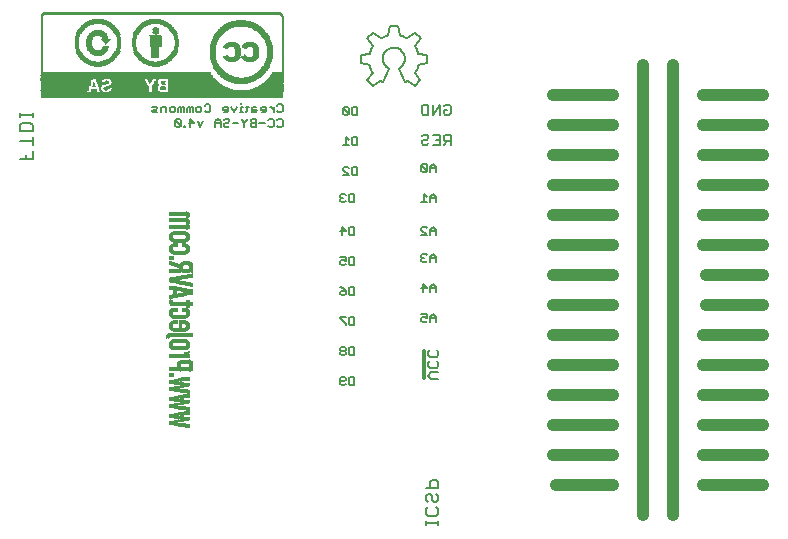
<source format=gbo>
G75*
G70*
%OFA0B0*%
%FSLAX24Y24*%
%IPPOS*%
%LPD*%
%AMOC8*
5,1,8,0,0,1.08239X$1,22.5*
%
%ADD10C,0.0050*%
%ADD11C,0.0060*%
%ADD12C,0.0120*%
%ADD13C,0.0080*%
%ADD14C,0.0400*%
%ADD15R,0.8070X0.0010*%
%ADD16R,0.8090X0.0010*%
%ADD17R,0.5830X0.0010*%
%ADD18R,0.2110X0.0010*%
%ADD19R,0.3840X0.0010*%
%ADD20R,0.0270X0.0010*%
%ADD21R,0.1310X0.0010*%
%ADD22R,0.0090X0.0010*%
%ADD23R,0.0230X0.0010*%
%ADD24R,0.1560X0.0010*%
%ADD25R,0.0250X0.0010*%
%ADD26R,0.1290X0.0010*%
%ADD27R,0.0080X0.0010*%
%ADD28R,0.0220X0.0010*%
%ADD29R,0.1280X0.0010*%
%ADD30R,0.0070X0.0010*%
%ADD31R,0.0210X0.0010*%
%ADD32R,0.1260X0.0010*%
%ADD33R,0.0060X0.0010*%
%ADD34R,0.1570X0.0010*%
%ADD35R,0.1370X0.0010*%
%ADD36R,0.2390X0.0010*%
%ADD37R,0.0200X0.0010*%
%ADD38R,0.1250X0.0010*%
%ADD39R,0.2270X0.0010*%
%ADD40R,0.0050X0.0010*%
%ADD41R,0.0190X0.0010*%
%ADD42R,0.1190X0.0010*%
%ADD43R,0.2210X0.0010*%
%ADD44R,0.1240X0.0010*%
%ADD45R,0.0180X0.0010*%
%ADD46R,0.1580X0.0010*%
%ADD47R,0.1140X0.0010*%
%ADD48R,0.2160X0.0010*%
%ADD49R,0.0130X0.0010*%
%ADD50R,0.0120X0.0010*%
%ADD51R,0.1100X0.0010*%
%ADD52R,0.2120X0.0010*%
%ADD53R,0.0160X0.0010*%
%ADD54R,0.1230X0.0010*%
%ADD55R,0.0150X0.0010*%
%ADD56R,0.0170X0.0010*%
%ADD57R,0.1590X0.0010*%
%ADD58R,0.1070X0.0010*%
%ADD59R,0.2090X0.0010*%
%ADD60R,0.1030X0.0010*%
%ADD61R,0.2060X0.0010*%
%ADD62R,0.1000X0.0010*%
%ADD63R,0.2030X0.0010*%
%ADD64R,0.1600X0.0010*%
%ADD65R,0.0980X0.0010*%
%ADD66R,0.2000X0.0010*%
%ADD67R,0.1220X0.0010*%
%ADD68R,0.0950X0.0010*%
%ADD69R,0.1980X0.0010*%
%ADD70R,0.0930X0.0010*%
%ADD71R,0.1950X0.0010*%
%ADD72R,0.1490X0.0010*%
%ADD73R,0.1610X0.0010*%
%ADD74R,0.0910X0.0010*%
%ADD75R,0.1930X0.0010*%
%ADD76R,0.1480X0.0010*%
%ADD77R,0.0890X0.0010*%
%ADD78R,0.1910X0.0010*%
%ADD79R,0.1460X0.0010*%
%ADD80R,0.1620X0.0010*%
%ADD81R,0.0870X0.0010*%
%ADD82R,0.1890X0.0010*%
%ADD83R,0.1420X0.0010*%
%ADD84R,0.0110X0.0010*%
%ADD85R,0.0850X0.0010*%
%ADD86R,0.1870X0.0010*%
%ADD87R,0.1380X0.0010*%
%ADD88R,0.0100X0.0010*%
%ADD89R,0.0830X0.0010*%
%ADD90R,0.1850X0.0010*%
%ADD91R,0.1330X0.0010*%
%ADD92R,0.1630X0.0010*%
%ADD93R,0.0810X0.0010*%
%ADD94R,0.1830X0.0010*%
%ADD95R,0.1300X0.0010*%
%ADD96R,0.0790X0.0010*%
%ADD97R,0.1820X0.0010*%
%ADD98R,0.1270X0.0010*%
%ADD99R,0.0780X0.0010*%
%ADD100R,0.1800X0.0010*%
%ADD101R,0.1640X0.0010*%
%ADD102R,0.0760X0.0010*%
%ADD103R,0.1790X0.0010*%
%ADD104R,0.0750X0.0010*%
%ADD105R,0.1770X0.0010*%
%ADD106R,0.1210X0.0010*%
%ADD107R,0.1650X0.0010*%
%ADD108R,0.0730X0.0010*%
%ADD109R,0.1760X0.0010*%
%ADD110R,0.0720X0.0010*%
%ADD111R,0.1740X0.0010*%
%ADD112R,0.0700X0.0010*%
%ADD113R,0.1730X0.0010*%
%ADD114R,0.0010X0.0010*%
%ADD115R,0.1180X0.0010*%
%ADD116R,0.0320X0.0010*%
%ADD117R,0.0040X0.0010*%
%ADD118R,0.1660X0.0010*%
%ADD119R,0.0690X0.0010*%
%ADD120R,0.0340X0.0010*%
%ADD121R,0.1710X0.0010*%
%ADD122R,0.0140X0.0010*%
%ADD123R,0.0020X0.0010*%
%ADD124R,0.1170X0.0010*%
%ADD125R,0.0350X0.0010*%
%ADD126R,0.0030X0.0010*%
%ADD127R,0.0680X0.0010*%
%ADD128R,0.0450X0.0010*%
%ADD129R,0.1700X0.0010*%
%ADD130R,0.1160X0.0010*%
%ADD131R,0.0370X0.0010*%
%ADD132R,0.0660X0.0010*%
%ADD133R,0.0540X0.0010*%
%ADD134R,0.1690X0.0010*%
%ADD135R,0.0390X0.0010*%
%ADD136R,0.1670X0.0010*%
%ADD137R,0.0650X0.0010*%
%ADD138R,0.0610X0.0010*%
%ADD139R,0.1680X0.0010*%
%ADD140R,0.1150X0.0010*%
%ADD141R,0.0640X0.0010*%
%ADD142R,0.0630X0.0010*%
%ADD143R,0.0620X0.0010*%
%ADD144R,0.1130X0.0010*%
%ADD145R,0.0600X0.0010*%
%ADD146R,0.0580X0.0010*%
%ADD147R,0.0920X0.0010*%
%ADD148R,0.1120X0.0010*%
%ADD149R,0.0570X0.0010*%
%ADD150R,0.0960X0.0010*%
%ADD151R,0.0560X0.0010*%
%ADD152R,0.0550X0.0010*%
%ADD153R,0.1060X0.0010*%
%ADD154R,0.0530X0.0010*%
%ADD155R,0.1550X0.0010*%
%ADD156R,0.0280X0.0010*%
%ADD157R,0.1720X0.0010*%
%ADD158R,0.0520X0.0010*%
%ADD159R,0.3530X0.0010*%
%ADD160R,0.2130X0.0010*%
%ADD161R,0.0510X0.0010*%
%ADD162R,0.5780X0.0010*%
%ADD163R,0.0500X0.0010*%
%ADD164R,0.5770X0.0010*%
%ADD165R,0.0490X0.0010*%
%ADD166R,0.5760X0.0010*%
%ADD167R,0.0480X0.0010*%
%ADD168R,0.0470X0.0010*%
%ADD169R,0.0440X0.0010*%
%ADD170R,0.5750X0.0010*%
%ADD171R,0.0410X0.0010*%
%ADD172R,0.5740X0.0010*%
%ADD173R,0.0460X0.0010*%
%ADD174R,0.5730X0.0010*%
%ADD175R,0.0380X0.0010*%
%ADD176R,0.5720X0.0010*%
%ADD177R,0.0360X0.0010*%
%ADD178R,0.5710X0.0010*%
%ADD179R,0.0430X0.0010*%
%ADD180R,0.5700X0.0010*%
%ADD181R,0.0420X0.0010*%
%ADD182R,0.0330X0.0010*%
%ADD183R,0.5690X0.0010*%
%ADD184R,0.5680X0.0010*%
%ADD185R,0.0400X0.0010*%
%ADD186R,0.0310X0.0010*%
%ADD187R,0.5670X0.0010*%
%ADD188R,0.0300X0.0010*%
%ADD189R,0.5660X0.0010*%
%ADD190R,0.0290X0.0010*%
%ADD191R,0.5650X0.0010*%
%ADD192R,0.5640X0.0010*%
%ADD193R,0.0260X0.0010*%
%ADD194R,0.0240X0.0010*%
%ADD195R,0.0740X0.0010*%
%ADD196R,0.0770X0.0010*%
%ADD197R,0.0800X0.0010*%
%ADD198R,0.0840X0.0010*%
%ADD199R,0.0860X0.0010*%
%ADD200R,0.0900X0.0010*%
%ADD201R,0.0590X0.0010*%
%ADD202R,0.1200X0.0010*%
%ADD203R,0.1110X0.0010*%
%ADD204R,0.1080X0.0010*%
%ADD205R,0.1040X0.0010*%
%ADD206R,0.0880X0.0010*%
%ADD207R,0.0820X0.0010*%
%ADD208R,0.0710X0.0010*%
%ADD209R,0.0670X0.0010*%
%ADD210R,0.8050X0.0010*%
%ADD211R,0.8030X0.0010*%
%ADD212R,0.8010X0.0010*%
%ADD213R,0.7990X0.0010*%
%ADD214R,0.7970X0.0010*%
%ADD215R,0.7930X0.0010*%
%ADD216R,0.7890X0.0010*%
%ADD217R,0.0010X0.0100*%
%ADD218R,0.0010X0.0120*%
%ADD219R,0.0010X0.0140*%
%ADD220R,0.0010X0.0150*%
%ADD221R,0.0010X0.0160*%
%ADD222R,0.0010X0.0170*%
%ADD223R,0.0010X0.0130*%
%ADD224R,0.0010X0.0180*%
%ADD225R,0.0010X0.0220*%
%ADD226R,0.0010X0.0240*%
%ADD227R,0.0010X0.0260*%
%ADD228R,0.0010X0.0270*%
%ADD229R,0.0010X0.0280*%
%ADD230R,0.0010X0.0190*%
%ADD231R,0.0010X0.0300*%
%ADD232R,0.0010X0.0200*%
%ADD233R,0.0010X0.0320*%
%ADD234R,0.0010X0.0330*%
%ADD235R,0.0010X0.0340*%
%ADD236R,0.0010X0.0210*%
%ADD237R,0.0010X0.0350*%
%ADD238R,0.0010X0.0400*%
%ADD239R,0.0010X0.0390*%
%ADD240R,0.0010X0.0370*%
%ADD241R,0.0010X0.0230*%
%ADD242R,0.0010X0.0250*%
%ADD243R,0.0010X0.0090*%
%ADD244R,0.0010X0.0110*%
%ADD245R,0.0010X0.0360*%
%ADD246R,0.0010X0.0080*%
%ADD247R,0.0010X0.0290*%
%ADD248R,0.0010X0.0310*%
%ADD249R,0.0010X0.0590*%
%ADD250R,0.0010X0.0580*%
%ADD251R,0.0010X0.0070*%
%ADD252R,0.0010X0.0060*%
%ADD253R,0.0010X0.0040*%
D10*
X015549Y007870D02*
X015549Y008050D01*
X015595Y008095D01*
X015685Y008095D01*
X015730Y008050D01*
X015730Y008005D01*
X015685Y007960D01*
X015549Y007960D01*
X015549Y007870D02*
X015595Y007825D01*
X015685Y007825D01*
X015730Y007870D01*
X015844Y007870D02*
X015844Y008050D01*
X015889Y008095D01*
X016024Y008095D01*
X016024Y007825D01*
X015889Y007825D01*
X015844Y007870D01*
X015889Y008825D02*
X015844Y008870D01*
X015844Y009050D01*
X015889Y009095D01*
X016024Y009095D01*
X016024Y008825D01*
X015889Y008825D01*
X015730Y008870D02*
X015730Y008915D01*
X015685Y008960D01*
X015595Y008960D01*
X015549Y008915D01*
X015549Y008870D01*
X015595Y008825D01*
X015685Y008825D01*
X015730Y008870D01*
X015685Y008960D02*
X015730Y009005D01*
X015730Y009050D01*
X015685Y009095D01*
X015595Y009095D01*
X015549Y009050D01*
X015549Y009005D01*
X015595Y008960D01*
X015730Y009825D02*
X015730Y009870D01*
X015549Y010050D01*
X015549Y010095D01*
X015730Y010095D01*
X015844Y010050D02*
X015889Y010095D01*
X016024Y010095D01*
X016024Y009825D01*
X015889Y009825D01*
X015844Y009870D01*
X015844Y010050D01*
X015889Y010825D02*
X015844Y010870D01*
X015844Y011050D01*
X015889Y011095D01*
X016024Y011095D01*
X016024Y010825D01*
X015889Y010825D01*
X015730Y010870D02*
X015685Y010825D01*
X015595Y010825D01*
X015549Y010870D01*
X015549Y010915D01*
X015595Y010960D01*
X015730Y010960D01*
X015730Y010870D01*
X015730Y010960D02*
X015640Y011050D01*
X015549Y011095D01*
X015595Y011825D02*
X015549Y011870D01*
X015549Y011960D01*
X015595Y012005D01*
X015640Y012005D01*
X015730Y011960D01*
X015730Y012095D01*
X015549Y012095D01*
X015595Y011825D02*
X015685Y011825D01*
X015730Y011870D01*
X015844Y011870D02*
X015844Y012050D01*
X015889Y012095D01*
X016024Y012095D01*
X016024Y011825D01*
X015889Y011825D01*
X015844Y011870D01*
X015889Y012825D02*
X015844Y012870D01*
X015844Y013050D01*
X015889Y013095D01*
X016024Y013095D01*
X016024Y012825D01*
X015889Y012825D01*
X015730Y012960D02*
X015549Y012960D01*
X015595Y012825D02*
X015595Y013095D01*
X015730Y012960D01*
X015685Y013925D02*
X015730Y013970D01*
X015685Y013925D02*
X015595Y013925D01*
X015549Y013970D01*
X015549Y014015D01*
X015595Y014060D01*
X015640Y014060D01*
X015595Y014060D02*
X015549Y014105D01*
X015549Y014150D01*
X015595Y014195D01*
X015685Y014195D01*
X015730Y014150D01*
X015844Y014150D02*
X015889Y014195D01*
X016024Y014195D01*
X016024Y013925D01*
X015889Y013925D01*
X015844Y013970D01*
X015844Y014150D01*
X015830Y014825D02*
X015649Y015005D01*
X015649Y015050D01*
X015695Y015095D01*
X015785Y015095D01*
X015830Y015050D01*
X015944Y015050D02*
X015944Y014870D01*
X015989Y014825D01*
X016124Y014825D01*
X016124Y015095D01*
X015989Y015095D01*
X015944Y015050D01*
X015830Y014825D02*
X015649Y014825D01*
X015649Y015825D02*
X015830Y015825D01*
X015740Y015825D02*
X015740Y016095D01*
X015830Y016005D01*
X015944Y016050D02*
X015944Y015870D01*
X015989Y015825D01*
X016124Y015825D01*
X016124Y016095D01*
X015989Y016095D01*
X015944Y016050D01*
X015989Y016825D02*
X015944Y016870D01*
X015944Y017050D01*
X015989Y017095D01*
X016124Y017095D01*
X016124Y016825D01*
X015989Y016825D01*
X015830Y016870D02*
X015649Y017050D01*
X015649Y016870D01*
X015695Y016825D01*
X015785Y016825D01*
X015830Y016870D01*
X015830Y017050D01*
X015785Y017095D01*
X015695Y017095D01*
X015649Y017050D01*
X013628Y017136D02*
X013628Y016955D01*
X013583Y016910D01*
X013493Y016910D01*
X013448Y016955D01*
X013333Y016910D02*
X013333Y017091D01*
X013243Y017091D02*
X013198Y017091D01*
X013243Y017091D02*
X013333Y017000D01*
X013448Y017136D02*
X013493Y017181D01*
X013583Y017181D01*
X013628Y017136D01*
X013583Y016701D02*
X013493Y016701D01*
X013448Y016656D01*
X013333Y016656D02*
X013333Y016475D01*
X013288Y016430D01*
X013198Y016430D01*
X013153Y016475D01*
X013038Y016566D02*
X012858Y016566D01*
X012744Y016566D02*
X012609Y016566D01*
X012564Y016520D01*
X012564Y016475D01*
X012609Y016430D01*
X012744Y016430D01*
X012744Y016701D01*
X012609Y016701D01*
X012564Y016656D01*
X012564Y016611D01*
X012609Y016566D01*
X012449Y016656D02*
X012359Y016566D01*
X012359Y016430D01*
X012359Y016566D02*
X012269Y016656D01*
X012269Y016701D01*
X012154Y016566D02*
X011974Y016566D01*
X011860Y016611D02*
X011815Y016566D01*
X011725Y016566D01*
X011680Y016520D01*
X011680Y016475D01*
X011725Y016430D01*
X011815Y016430D01*
X011860Y016475D01*
X011860Y016611D02*
X011860Y016656D01*
X011815Y016701D01*
X011725Y016701D01*
X011680Y016656D01*
X011565Y016611D02*
X011475Y016701D01*
X011385Y016611D01*
X011385Y016430D01*
X011385Y016566D02*
X011565Y016566D01*
X011565Y016611D02*
X011565Y016430D01*
X011676Y016910D02*
X011766Y016910D01*
X011811Y016955D01*
X011811Y017046D01*
X011766Y017091D01*
X011676Y017091D01*
X011631Y017046D01*
X011631Y017000D01*
X011811Y017000D01*
X011925Y017091D02*
X012015Y016910D01*
X012105Y017091D01*
X012257Y017091D02*
X012257Y016910D01*
X012302Y016910D02*
X012212Y016910D01*
X012257Y017091D02*
X012302Y017091D01*
X012257Y017181D02*
X012257Y017226D01*
X012408Y017091D02*
X012498Y017091D01*
X012453Y017136D02*
X012453Y016955D01*
X012408Y016910D01*
X012613Y016910D02*
X012613Y017046D01*
X012658Y017091D01*
X012748Y017091D01*
X012748Y017000D02*
X012613Y017000D01*
X012613Y016910D02*
X012748Y016910D01*
X012793Y016955D01*
X012748Y017000D01*
X012907Y017000D02*
X013088Y017000D01*
X013088Y016955D02*
X013088Y017046D01*
X013042Y017091D01*
X012952Y017091D01*
X012907Y017046D01*
X012907Y017000D01*
X012952Y016910D02*
X013042Y016910D01*
X013088Y016955D01*
X013198Y016701D02*
X013153Y016656D01*
X013198Y016701D02*
X013288Y016701D01*
X013333Y016656D01*
X013448Y016475D02*
X013493Y016430D01*
X013583Y016430D01*
X013628Y016475D01*
X013628Y016656D01*
X013583Y016701D01*
X012449Y016701D02*
X012449Y016656D01*
X011221Y016955D02*
X011176Y016910D01*
X011086Y016910D01*
X011041Y016955D01*
X010927Y016955D02*
X010882Y016910D01*
X010792Y016910D01*
X010747Y016955D01*
X010747Y017046D01*
X010792Y017091D01*
X010882Y017091D01*
X010927Y017046D01*
X010927Y016955D01*
X011041Y017136D02*
X011086Y017181D01*
X011176Y017181D01*
X011221Y017136D01*
X011221Y016955D01*
X010976Y016611D02*
X010886Y016430D01*
X010796Y016611D01*
X010681Y016566D02*
X010501Y016566D01*
X010546Y016701D02*
X010681Y016566D01*
X010546Y016701D02*
X010546Y016430D01*
X010387Y016430D02*
X010342Y016430D01*
X010342Y016475D01*
X010387Y016475D01*
X010387Y016430D01*
X010239Y016475D02*
X010059Y016656D01*
X010059Y016475D01*
X010104Y016430D01*
X010194Y016430D01*
X010239Y016475D01*
X010239Y016656D01*
X010194Y016701D01*
X010104Y016701D01*
X010059Y016656D01*
X009998Y016910D02*
X010043Y016955D01*
X010043Y017046D01*
X009998Y017091D01*
X009908Y017091D01*
X009863Y017046D01*
X009863Y016955D01*
X009908Y016910D01*
X009998Y016910D01*
X010157Y016910D02*
X010157Y017046D01*
X010202Y017091D01*
X010247Y017046D01*
X010247Y016910D01*
X010337Y016910D02*
X010337Y017091D01*
X010292Y017091D01*
X010247Y017046D01*
X010452Y017046D02*
X010452Y016910D01*
X010542Y016910D02*
X010542Y017046D01*
X010497Y017091D01*
X010452Y017046D01*
X010542Y017046D02*
X010587Y017091D01*
X010632Y017091D01*
X010632Y016910D01*
X009748Y016910D02*
X009748Y017091D01*
X009613Y017091D01*
X009568Y017046D01*
X009568Y016910D01*
X009453Y016910D02*
X009318Y016910D01*
X009273Y016955D01*
X009318Y017000D01*
X009408Y017000D01*
X009453Y017046D01*
X009408Y017091D01*
X009273Y017091D01*
X018260Y015150D02*
X018260Y014970D01*
X018305Y014925D01*
X018395Y014925D01*
X018440Y014970D01*
X018260Y015150D01*
X018305Y015195D01*
X018395Y015195D01*
X018440Y015150D01*
X018440Y014970D01*
X018555Y014925D02*
X018555Y015105D01*
X018645Y015195D01*
X018735Y015105D01*
X018735Y014925D01*
X018735Y015060D02*
X018555Y015060D01*
X018645Y014195D02*
X018555Y014105D01*
X018555Y013925D01*
X018440Y013925D02*
X018260Y013925D01*
X018350Y013925D02*
X018350Y014195D01*
X018440Y014105D01*
X018555Y014060D02*
X018735Y014060D01*
X018735Y014105D02*
X018645Y014195D01*
X018735Y014105D02*
X018735Y013925D01*
X018645Y013095D02*
X018555Y013005D01*
X018555Y012825D01*
X018440Y012825D02*
X018260Y013005D01*
X018260Y013050D01*
X018305Y013095D01*
X018395Y013095D01*
X018440Y013050D01*
X018555Y012960D02*
X018735Y012960D01*
X018735Y013005D02*
X018645Y013095D01*
X018735Y013005D02*
X018735Y012825D01*
X018440Y012825D02*
X018260Y012825D01*
X018305Y012195D02*
X018260Y012150D01*
X018260Y012105D01*
X018305Y012060D01*
X018260Y012015D01*
X018260Y011970D01*
X018305Y011925D01*
X018395Y011925D01*
X018440Y011970D01*
X018555Y011925D02*
X018555Y012105D01*
X018645Y012195D01*
X018735Y012105D01*
X018735Y011925D01*
X018735Y012060D02*
X018555Y012060D01*
X018440Y012150D02*
X018395Y012195D01*
X018305Y012195D01*
X018305Y012060D02*
X018350Y012060D01*
X018305Y011195D02*
X018440Y011060D01*
X018260Y011060D01*
X018305Y010925D02*
X018305Y011195D01*
X018555Y011105D02*
X018555Y010925D01*
X018555Y011060D02*
X018735Y011060D01*
X018735Y011105D02*
X018645Y011195D01*
X018555Y011105D01*
X018735Y011105D02*
X018735Y010925D01*
X018645Y010195D02*
X018555Y010105D01*
X018555Y009925D01*
X018440Y009970D02*
X018395Y009925D01*
X018305Y009925D01*
X018260Y009970D01*
X018260Y010060D01*
X018305Y010105D01*
X018350Y010105D01*
X018440Y010060D01*
X018440Y010195D01*
X018260Y010195D01*
X018555Y010060D02*
X018735Y010060D01*
X018735Y010105D02*
X018645Y010195D01*
X018735Y010105D02*
X018735Y009925D01*
D11*
X018764Y008989D02*
X018820Y008932D01*
X018820Y008818D01*
X018764Y008762D01*
X018537Y008762D01*
X018480Y008818D01*
X018480Y008932D01*
X018537Y008989D01*
X018537Y008620D02*
X018480Y008564D01*
X018480Y008450D01*
X018537Y008393D01*
X018764Y008393D01*
X018820Y008450D01*
X018820Y008564D01*
X018764Y008620D01*
X018820Y008252D02*
X018593Y008252D01*
X018480Y008138D01*
X018593Y008025D01*
X018820Y008025D01*
X018862Y015830D02*
X018635Y015830D01*
X018493Y015887D02*
X018437Y015830D01*
X018323Y015830D01*
X018267Y015887D01*
X018267Y015943D01*
X018323Y016000D01*
X018437Y016000D01*
X018493Y016057D01*
X018493Y016114D01*
X018437Y016170D01*
X018323Y016170D01*
X018267Y016114D01*
X018635Y016170D02*
X018862Y016170D01*
X018862Y015830D01*
X019003Y015830D02*
X019117Y015943D01*
X019060Y015943D02*
X019230Y015943D01*
X019230Y015830D02*
X019230Y016170D01*
X019060Y016170D01*
X019003Y016114D01*
X019003Y016000D01*
X019060Y015943D01*
X018862Y016000D02*
X018748Y016000D01*
X018635Y016830D02*
X018635Y017170D01*
X018493Y017170D02*
X018323Y017170D01*
X018267Y017114D01*
X018267Y016887D01*
X018323Y016830D01*
X018493Y016830D01*
X018493Y017170D01*
X018635Y016830D02*
X018862Y017170D01*
X018862Y016830D01*
X019003Y016887D02*
X019003Y017000D01*
X019117Y017000D01*
X019230Y016887D02*
X019230Y017114D01*
X019173Y017170D01*
X019060Y017170D01*
X019003Y017114D01*
X019003Y016887D02*
X019060Y016830D01*
X019173Y016830D01*
X019230Y016887D01*
D12*
X018330Y008950D02*
X018330Y008050D01*
D13*
X018610Y004668D02*
X018540Y004598D01*
X018540Y004388D01*
X018400Y004388D02*
X018820Y004388D01*
X018820Y004598D01*
X018750Y004668D01*
X018610Y004668D01*
X018540Y004208D02*
X018470Y004208D01*
X018400Y004138D01*
X018400Y003997D01*
X018470Y003927D01*
X018610Y003997D02*
X018610Y004138D01*
X018540Y004208D01*
X018750Y004208D02*
X018820Y004138D01*
X018820Y003997D01*
X018750Y003927D01*
X018680Y003927D01*
X018610Y003997D01*
X018470Y003747D02*
X018400Y003677D01*
X018400Y003537D01*
X018470Y003467D01*
X018750Y003467D01*
X018820Y003537D01*
X018820Y003677D01*
X018750Y003747D01*
X018820Y003300D02*
X018820Y003160D01*
X018820Y003230D02*
X018400Y003230D01*
X018400Y003160D02*
X018400Y003300D01*
X005297Y015362D02*
X004877Y015362D01*
X005087Y015362D02*
X005087Y015502D01*
X005297Y015362D02*
X005297Y015642D01*
X005297Y015822D02*
X005297Y016102D01*
X005297Y015962D02*
X004877Y015962D01*
X004877Y016283D02*
X004877Y016493D01*
X004947Y016563D01*
X005227Y016563D01*
X005297Y016493D01*
X005297Y016283D01*
X004877Y016283D01*
X004877Y016743D02*
X004877Y016883D01*
X004877Y016813D02*
X005297Y016813D01*
X005297Y016743D02*
X005297Y016883D01*
X016230Y018550D02*
X016530Y018500D01*
X016630Y018230D02*
X016460Y017990D01*
X016650Y017800D01*
X016890Y017970D01*
X016990Y017910D01*
X017180Y018360D01*
X017500Y018360D02*
X017700Y017910D01*
X017800Y017970D01*
X018040Y017800D01*
X018220Y017990D01*
X018060Y018230D01*
X018160Y018500D02*
X018460Y018550D01*
X018460Y018810D01*
X018160Y018870D01*
X018050Y019120D02*
X018230Y019380D01*
X018040Y019560D01*
X017780Y019380D01*
X017530Y019480D02*
X017480Y019800D01*
X017210Y019800D01*
X017160Y019480D01*
X016910Y019380D02*
X016650Y019560D01*
X016460Y019380D01*
X016640Y019120D01*
X016530Y018870D02*
X016230Y018810D01*
X016230Y018550D01*
X016531Y018870D02*
X016546Y018922D01*
X016565Y018973D01*
X016587Y019023D01*
X016612Y019071D01*
X016641Y019118D01*
X017180Y018370D02*
X017147Y018388D01*
X017117Y018409D01*
X017088Y018433D01*
X017062Y018460D01*
X017040Y018489D01*
X017020Y018521D01*
X017003Y018554D01*
X016990Y018589D01*
X016981Y018625D01*
X016975Y018662D01*
X016973Y018699D01*
X016975Y018736D01*
X016980Y018773D01*
X016990Y018809D01*
X017002Y018844D01*
X017019Y018878D01*
X017038Y018909D01*
X017061Y018939D01*
X017087Y018966D01*
X017115Y018990D01*
X017146Y019011D01*
X017178Y019029D01*
X017212Y019044D01*
X017248Y019055D01*
X017284Y019063D01*
X017321Y019067D01*
X017359Y019067D01*
X017396Y019063D01*
X017432Y019055D01*
X017468Y019044D01*
X017502Y019029D01*
X017534Y019011D01*
X017565Y018990D01*
X017593Y018966D01*
X017619Y018939D01*
X017642Y018909D01*
X017661Y018878D01*
X017678Y018844D01*
X017690Y018809D01*
X017700Y018773D01*
X017705Y018736D01*
X017707Y018699D01*
X017705Y018662D01*
X017699Y018625D01*
X017690Y018589D01*
X017677Y018554D01*
X017660Y018521D01*
X017640Y018489D01*
X017618Y018460D01*
X017592Y018433D01*
X017563Y018409D01*
X017533Y018388D01*
X017500Y018370D01*
X016630Y018230D02*
X016607Y018271D01*
X016586Y018314D01*
X016568Y018359D01*
X016553Y018404D01*
X016540Y018450D01*
X016530Y018497D01*
X016906Y019381D02*
X016953Y019408D01*
X017002Y019431D01*
X017052Y019451D01*
X017103Y019468D01*
X017155Y019482D01*
X017538Y019480D02*
X017588Y019467D01*
X017637Y019450D01*
X017685Y019431D01*
X017732Y019408D01*
X017777Y019383D01*
X018049Y019115D02*
X018076Y019068D01*
X018100Y019021D01*
X018121Y018972D01*
X018139Y018921D01*
X018153Y018870D01*
X018159Y018499D02*
X018146Y018443D01*
X018129Y018388D01*
X018108Y018335D01*
X018084Y018283D01*
X018056Y018233D01*
D14*
X022660Y017500D02*
X024660Y017500D01*
X024660Y016500D02*
X022660Y016500D01*
X022660Y015500D02*
X024660Y015500D01*
X024660Y014500D02*
X022660Y014500D01*
X022660Y013500D02*
X024660Y013500D01*
X024660Y012500D02*
X022660Y012500D01*
X022660Y011500D02*
X024660Y011500D01*
X024660Y010500D02*
X022660Y010500D01*
X022660Y009500D02*
X024660Y009500D01*
X024660Y008500D02*
X022660Y008500D01*
X022660Y007500D02*
X024660Y007500D01*
X024660Y006500D02*
X022660Y006500D01*
X022660Y005500D02*
X024660Y005500D01*
X024660Y004500D02*
X022760Y004500D01*
X025660Y003500D02*
X025660Y018500D01*
X026660Y018500D02*
X026660Y003500D01*
X027660Y004500D02*
X029660Y004500D01*
X029660Y005500D02*
X027660Y005500D01*
X027660Y006500D02*
X029660Y006500D01*
X029660Y007500D02*
X027660Y007500D01*
X027660Y008500D02*
X029660Y008500D01*
X029660Y009500D02*
X027660Y009500D01*
X027760Y010500D02*
X029660Y010500D01*
X029660Y011500D02*
X027760Y011500D01*
X027660Y012500D02*
X029660Y012500D01*
X029660Y013500D02*
X027660Y013500D01*
X027660Y014500D02*
X029660Y014500D01*
X029660Y015500D02*
X027660Y015500D01*
X027660Y016500D02*
X029660Y016500D01*
X029660Y017500D02*
X027660Y017500D01*
D15*
X009620Y017400D03*
D16*
X009620Y017410D03*
X009620Y017420D03*
X009620Y017430D03*
X009620Y017440D03*
X009620Y017450D03*
X009620Y017460D03*
X009620Y017470D03*
X009620Y017480D03*
X009620Y017490D03*
X009620Y017500D03*
X009620Y017510D03*
X009620Y017520D03*
X009620Y017530D03*
X009620Y017540D03*
X009620Y017550D03*
X009620Y017560D03*
D17*
X010750Y017570D03*
D18*
X006630Y017570D03*
D19*
X011745Y017580D03*
X011745Y017590D03*
X011745Y017600D03*
X011745Y017610D03*
D20*
X011550Y018260D03*
X011540Y018270D03*
X011530Y018280D03*
X011940Y018600D03*
X012070Y019090D03*
X011930Y019210D03*
X011560Y019560D03*
X011550Y019550D03*
X011540Y019540D03*
X011530Y019530D03*
X012540Y019210D03*
X012680Y019090D03*
X012970Y019540D03*
X012960Y019550D03*
X012950Y019560D03*
X012960Y018270D03*
X009780Y018630D03*
X009410Y017580D03*
X007600Y017840D03*
X007860Y018630D03*
X007280Y018960D03*
X007090Y018630D03*
X007730Y019300D03*
X007870Y019800D03*
X007080Y019800D03*
X009000Y019800D03*
D21*
X008520Y017580D03*
D22*
X009220Y017920D03*
X009430Y017920D03*
X009430Y017930D03*
X009440Y017950D03*
X009450Y017970D03*
X009470Y017990D03*
X009680Y017940D03*
X007610Y017580D03*
X007540Y017750D03*
X007540Y017760D03*
X007350Y017780D03*
X007730Y019210D03*
X005630Y020140D03*
X012380Y019040D03*
X013610Y020130D03*
X013620Y020120D03*
D23*
X013080Y019390D03*
X013090Y019380D03*
X013090Y019370D03*
X013100Y019360D03*
X013110Y019340D03*
X013120Y019320D03*
X012700Y019080D03*
X012710Y018740D03*
X013120Y018490D03*
X013110Y018470D03*
X013100Y018450D03*
X013090Y018440D03*
X013090Y018430D03*
X013080Y018420D03*
X013060Y018390D03*
X012090Y019080D03*
X011440Y019410D03*
X011430Y019400D03*
X011430Y019390D03*
X011420Y019380D03*
X011410Y019360D03*
X011410Y018450D03*
X011420Y018430D03*
X011430Y018420D03*
X011430Y018410D03*
X011440Y018400D03*
X009850Y018680D03*
X009840Y018670D03*
X008930Y018680D03*
X008920Y018690D03*
X007920Y018670D03*
X007690Y018980D03*
X007240Y019000D03*
X007230Y019010D03*
X007730Y019280D03*
X007240Y019430D03*
X007030Y019760D03*
X007040Y019770D03*
X007010Y019750D03*
X007000Y019740D03*
X007940Y019750D03*
X007950Y019740D03*
X008930Y019750D03*
X008940Y019760D03*
X009840Y019760D03*
X007520Y017990D03*
X007580Y017830D03*
X007350Y017580D03*
X009390Y017600D03*
D24*
X010605Y018000D03*
X006355Y017600D03*
X006355Y017590D03*
X006355Y017580D03*
D25*
X007530Y018000D03*
X007880Y018640D03*
X007890Y018650D03*
X007260Y018970D03*
X007040Y018660D03*
X007730Y019290D03*
X007660Y019450D03*
X007270Y019450D03*
X007900Y019780D03*
X008970Y019780D03*
X009800Y019790D03*
X009390Y019080D03*
X009390Y019070D03*
X009390Y019060D03*
X009390Y019050D03*
X009390Y019040D03*
X009390Y019030D03*
X009390Y019020D03*
X009390Y019010D03*
X009390Y019000D03*
X009390Y018990D03*
X009390Y018980D03*
X009390Y018970D03*
X009390Y018960D03*
X009390Y018950D03*
X009390Y018940D03*
X009390Y018930D03*
X009390Y018920D03*
X009390Y018910D03*
X009390Y018900D03*
X009390Y018890D03*
X009390Y018880D03*
X009390Y018870D03*
X009390Y018860D03*
X009390Y018850D03*
X009390Y018840D03*
X009390Y018830D03*
X009390Y018820D03*
X009390Y018810D03*
X009390Y018800D03*
X009390Y018790D03*
X009390Y018780D03*
X009390Y018770D03*
X009390Y018760D03*
X009390Y018750D03*
X009390Y018740D03*
X009390Y018730D03*
X009390Y018720D03*
X009390Y018710D03*
X008970Y018650D03*
X008960Y018660D03*
X009810Y018650D03*
X011480Y018340D03*
X011490Y018330D03*
X011500Y018320D03*
X012700Y018730D03*
X013040Y018360D03*
X013030Y018350D03*
X013020Y018340D03*
X013010Y018320D03*
X013000Y018310D03*
X013040Y019450D03*
X013030Y019460D03*
X013030Y019470D03*
X013020Y019480D03*
X013010Y019490D03*
X011520Y019520D03*
X011490Y019480D03*
X011480Y019470D03*
X009400Y017590D03*
D26*
X008530Y017590D03*
D27*
X009225Y017910D03*
X009435Y017940D03*
X009445Y017960D03*
X009455Y017980D03*
X007595Y017590D03*
X007345Y017790D03*
X007345Y017800D03*
X005615Y020110D03*
X005615Y020120D03*
X005625Y020130D03*
X011765Y018780D03*
X012375Y018780D03*
X013625Y020100D03*
X013625Y020110D03*
D28*
X013105Y019350D03*
X013115Y019330D03*
X013125Y019310D03*
X013135Y019290D03*
X013135Y019280D03*
X013145Y019270D03*
X013145Y019260D03*
X013155Y019240D03*
X012715Y019070D03*
X012545Y019220D03*
X012105Y019070D03*
X011935Y019220D03*
X011415Y019370D03*
X011405Y019350D03*
X011395Y019340D03*
X011395Y019330D03*
X011385Y019320D03*
X011385Y019310D03*
X011375Y019290D03*
X011365Y019270D03*
X012105Y018740D03*
X012115Y018750D03*
X011935Y018590D03*
X011415Y018440D03*
X011405Y018460D03*
X011395Y018470D03*
X011395Y018480D03*
X011385Y018490D03*
X011385Y018500D03*
X011375Y018520D03*
X011365Y018540D03*
X012545Y018590D03*
X012725Y018750D03*
X013155Y018570D03*
X013145Y018540D03*
X013135Y018520D03*
X013125Y018510D03*
X013125Y018500D03*
X013115Y018480D03*
X013105Y018460D03*
X009895Y018720D03*
X009885Y018710D03*
X009875Y018700D03*
X009865Y018690D03*
X008905Y018700D03*
X008895Y018710D03*
X007955Y018700D03*
X007945Y018690D03*
X007935Y018680D03*
X007695Y018990D03*
X007705Y019000D03*
X007225Y019020D03*
X007215Y019030D03*
X007215Y019040D03*
X007205Y019060D03*
X007225Y019410D03*
X007235Y019420D03*
X007685Y019430D03*
X007695Y019420D03*
X006985Y018710D03*
X006995Y018700D03*
X007005Y018690D03*
X007345Y017600D03*
X007345Y017590D03*
X009395Y019580D03*
X009395Y019590D03*
X009395Y019600D03*
X009395Y019610D03*
X009395Y019620D03*
X009395Y019630D03*
X009395Y019640D03*
X008915Y019740D03*
X008905Y019730D03*
X008895Y019720D03*
X009855Y019750D03*
X009865Y019740D03*
X009875Y019730D03*
D29*
X008535Y017600D03*
D30*
X009220Y017900D03*
X007590Y017600D03*
X007540Y017720D03*
X007540Y017730D03*
X007540Y017740D03*
X007350Y017810D03*
X005610Y018240D03*
X005610Y018250D03*
X005610Y018260D03*
X005610Y018270D03*
X005610Y018280D03*
X005610Y018290D03*
X005610Y018300D03*
X005610Y018310D03*
X005610Y018320D03*
X005610Y018330D03*
X005610Y018340D03*
X005610Y018350D03*
X005610Y018360D03*
X005610Y018370D03*
X005610Y018380D03*
X005610Y018390D03*
X005610Y018400D03*
X005610Y018410D03*
X005610Y018420D03*
X005610Y018430D03*
X005610Y018440D03*
X005610Y018450D03*
X005610Y018460D03*
X005610Y018470D03*
X005610Y018480D03*
X005610Y018490D03*
X005610Y018500D03*
X005610Y018510D03*
X005610Y018520D03*
X005610Y018530D03*
X005610Y018540D03*
X005610Y018550D03*
X005610Y018560D03*
X005610Y018570D03*
X005610Y018580D03*
X005610Y018590D03*
X005610Y018600D03*
X005610Y018610D03*
X005610Y018620D03*
X005610Y018630D03*
X005610Y018640D03*
X005610Y018650D03*
X005610Y018660D03*
X005610Y018670D03*
X005610Y018680D03*
X005610Y018690D03*
X005610Y018700D03*
X005610Y018710D03*
X005610Y018720D03*
X005610Y018730D03*
X005610Y018740D03*
X005610Y018750D03*
X005610Y018760D03*
X005610Y018770D03*
X005610Y018780D03*
X005610Y018790D03*
X005610Y018800D03*
X005610Y018810D03*
X005610Y018820D03*
X005610Y018830D03*
X005610Y018840D03*
X005610Y018850D03*
X005610Y018860D03*
X005610Y018870D03*
X005610Y018880D03*
X005610Y018890D03*
X005610Y018900D03*
X005610Y018910D03*
X005610Y018920D03*
X005610Y018930D03*
X005610Y018940D03*
X005610Y018950D03*
X005610Y018960D03*
X005610Y018970D03*
X005610Y018980D03*
X005610Y018990D03*
X005610Y019000D03*
X005610Y019010D03*
X005610Y019020D03*
X005610Y019030D03*
X005610Y019040D03*
X005610Y019050D03*
X005610Y019060D03*
X005610Y019070D03*
X005610Y019080D03*
X005610Y019090D03*
X005610Y019100D03*
X005610Y019110D03*
X005610Y019120D03*
X005610Y019130D03*
X005610Y019140D03*
X005610Y019150D03*
X005610Y019160D03*
X005610Y019170D03*
X005610Y019180D03*
X005610Y019190D03*
X005610Y019200D03*
X005610Y019210D03*
X005610Y019220D03*
X005610Y019230D03*
X005610Y019240D03*
X005610Y019250D03*
X005610Y019260D03*
X005610Y019270D03*
X005610Y019280D03*
X005610Y019290D03*
X005610Y019300D03*
X005610Y019310D03*
X005610Y019320D03*
X005610Y019330D03*
X005610Y019340D03*
X005610Y019350D03*
X005610Y019360D03*
X005610Y019370D03*
X005610Y019380D03*
X005610Y019390D03*
X005610Y019400D03*
X005610Y019410D03*
X005610Y019420D03*
X005610Y019430D03*
X005610Y019440D03*
X005610Y019450D03*
X005610Y019460D03*
X005610Y019470D03*
X005610Y019480D03*
X005610Y019490D03*
X005610Y019500D03*
X005610Y019510D03*
X005610Y019520D03*
X005610Y019530D03*
X005610Y019540D03*
X005610Y019550D03*
X005610Y019560D03*
X005610Y019570D03*
X005610Y019580D03*
X005610Y019590D03*
X005610Y019600D03*
X005610Y019610D03*
X005610Y019620D03*
X005610Y019630D03*
X005610Y019640D03*
X005610Y019650D03*
X005610Y019660D03*
X005610Y019670D03*
X005610Y019680D03*
X005610Y019690D03*
X005610Y019700D03*
X005610Y019710D03*
X005610Y019720D03*
X005610Y019730D03*
X005610Y019740D03*
X005610Y019750D03*
X005610Y019760D03*
X005610Y019770D03*
X005610Y019780D03*
X005610Y019790D03*
X005610Y019800D03*
X005610Y019810D03*
X005610Y019820D03*
X005610Y019830D03*
X005610Y019840D03*
X005610Y019850D03*
X005610Y019860D03*
X005610Y019870D03*
X005610Y019880D03*
X005610Y019890D03*
X005610Y019900D03*
X005610Y019910D03*
X005610Y019920D03*
X005610Y019930D03*
X005610Y019940D03*
X005610Y019950D03*
X005610Y019960D03*
X005610Y019970D03*
X005610Y019980D03*
X005610Y019990D03*
X005610Y020000D03*
X005610Y020010D03*
X005610Y020020D03*
X005610Y020030D03*
X005610Y020040D03*
X005610Y020050D03*
X005610Y020060D03*
X005610Y020070D03*
X005610Y020080D03*
X005610Y020090D03*
X005610Y020100D03*
X007730Y019200D03*
X011780Y019030D03*
X012390Y019030D03*
X013630Y019030D03*
X013630Y019040D03*
X013630Y019050D03*
X013630Y019060D03*
X013630Y019070D03*
X013630Y019080D03*
X013630Y019090D03*
X013630Y019100D03*
X013630Y019110D03*
X013630Y019120D03*
X013630Y019130D03*
X013630Y019140D03*
X013630Y019150D03*
X013630Y019160D03*
X013630Y019170D03*
X013630Y019180D03*
X013630Y019190D03*
X013630Y019200D03*
X013630Y019210D03*
X013630Y019220D03*
X013630Y019230D03*
X013630Y019240D03*
X013630Y019250D03*
X013630Y019260D03*
X013630Y019270D03*
X013630Y019280D03*
X013630Y019290D03*
X013630Y019300D03*
X013630Y019310D03*
X013630Y019320D03*
X013630Y019330D03*
X013630Y019340D03*
X013630Y019350D03*
X013630Y019360D03*
X013630Y019370D03*
X013630Y019380D03*
X013630Y019390D03*
X013630Y019400D03*
X013630Y019410D03*
X013630Y019420D03*
X013630Y019430D03*
X013630Y019440D03*
X013630Y019450D03*
X013630Y019460D03*
X013630Y019470D03*
X013630Y019480D03*
X013630Y019490D03*
X013630Y019500D03*
X013630Y019510D03*
X013630Y019520D03*
X013630Y019530D03*
X013630Y019540D03*
X013630Y019550D03*
X013630Y019560D03*
X013630Y019570D03*
X013630Y019580D03*
X013630Y019590D03*
X013630Y019600D03*
X013630Y019610D03*
X013630Y019620D03*
X013630Y019630D03*
X013630Y019640D03*
X013630Y019650D03*
X013630Y019660D03*
X013630Y019670D03*
X013630Y019680D03*
X013630Y019690D03*
X013630Y019700D03*
X013630Y019710D03*
X013630Y019720D03*
X013630Y019730D03*
X013630Y019740D03*
X013630Y019750D03*
X013630Y019760D03*
X013630Y019770D03*
X013630Y019780D03*
X013630Y019790D03*
X013630Y019800D03*
X013630Y019810D03*
X013630Y019820D03*
X013630Y019830D03*
X013630Y019840D03*
X013630Y019850D03*
X013630Y019860D03*
X013630Y019870D03*
X013630Y019880D03*
X013630Y019890D03*
X013630Y019900D03*
X013630Y019910D03*
X013630Y019920D03*
X013630Y019930D03*
X013630Y019940D03*
X013630Y019950D03*
X013630Y019960D03*
X013630Y019970D03*
X013630Y019980D03*
X013630Y019990D03*
X013630Y020000D03*
X013630Y020010D03*
X013630Y020020D03*
X013630Y020030D03*
X013630Y020040D03*
X013630Y020050D03*
X013630Y020060D03*
X013630Y020070D03*
X013630Y020080D03*
X013630Y020090D03*
X013630Y019020D03*
X013630Y019010D03*
X013630Y019000D03*
X013630Y018990D03*
X013630Y018980D03*
X013630Y018970D03*
X013630Y018960D03*
X013630Y018950D03*
X013630Y018940D03*
X013630Y018930D03*
X013630Y018920D03*
X013630Y018910D03*
X013630Y018900D03*
X013630Y018890D03*
X013630Y018880D03*
X013630Y018870D03*
X013630Y018860D03*
X013630Y018850D03*
X013630Y018840D03*
X013630Y018830D03*
X013630Y018820D03*
X013630Y018810D03*
X013630Y018800D03*
X013630Y018790D03*
X013630Y018780D03*
X013630Y018770D03*
X013630Y018760D03*
X013630Y018750D03*
X013630Y018740D03*
X013630Y018730D03*
X013630Y018720D03*
X013630Y018710D03*
X013630Y018700D03*
X013630Y018690D03*
X013630Y018680D03*
X013630Y018670D03*
X013630Y018660D03*
X013630Y018650D03*
X013630Y018640D03*
X013630Y018630D03*
X013630Y018620D03*
X013630Y018610D03*
X013630Y018600D03*
X013630Y018590D03*
X013630Y018580D03*
X013630Y018570D03*
X013630Y018560D03*
X013630Y018550D03*
X013630Y018540D03*
X013630Y018530D03*
X013630Y018520D03*
X013630Y018510D03*
X013630Y018500D03*
X013630Y018490D03*
X013630Y018480D03*
X013630Y018470D03*
X013630Y018460D03*
X013630Y018450D03*
X013630Y018440D03*
X013630Y018430D03*
X013630Y018420D03*
X013630Y018410D03*
X013630Y018400D03*
X013630Y018390D03*
X013630Y018380D03*
X013630Y018370D03*
X013630Y018360D03*
X013630Y018350D03*
X013630Y018340D03*
X013630Y018330D03*
X013630Y018320D03*
X013630Y018310D03*
X013630Y018300D03*
X013630Y018290D03*
X013630Y018280D03*
X013630Y018270D03*
X013630Y018260D03*
X013630Y018250D03*
X013630Y018240D03*
D31*
X013140Y018530D03*
X013150Y018550D03*
X013150Y018560D03*
X013160Y018580D03*
X013160Y018590D03*
X013170Y018600D03*
X013170Y018610D03*
X013170Y018620D03*
X013180Y018640D03*
X013180Y018650D03*
X013190Y018680D03*
X013190Y019130D03*
X013180Y019160D03*
X013180Y019170D03*
X013170Y019190D03*
X013170Y019200D03*
X013170Y019210D03*
X013160Y019220D03*
X013160Y019230D03*
X013150Y019250D03*
X013130Y019300D03*
X012730Y019050D03*
X012720Y019060D03*
X012740Y019030D03*
X012370Y019080D03*
X012120Y019050D03*
X012110Y019060D03*
X011760Y019080D03*
X011350Y019220D03*
X011350Y019230D03*
X011350Y019240D03*
X011360Y019250D03*
X011360Y019260D03*
X011370Y019280D03*
X011380Y019300D03*
X011340Y019200D03*
X011340Y019190D03*
X011330Y019160D03*
X011330Y018640D03*
X011340Y018610D03*
X011350Y018590D03*
X011350Y018580D03*
X011350Y018570D03*
X011360Y018560D03*
X011360Y018550D03*
X011370Y018530D03*
X011380Y018510D03*
X011760Y018730D03*
X012120Y018760D03*
X012370Y018730D03*
X012730Y018760D03*
X012740Y018780D03*
X009910Y019700D03*
X009900Y019710D03*
X009890Y019720D03*
X009390Y019650D03*
X009390Y019570D03*
X008890Y019710D03*
X008000Y019690D03*
X007990Y019700D03*
X007980Y019710D03*
X007970Y019720D03*
X007960Y019730D03*
X007700Y019410D03*
X007710Y019400D03*
X007710Y019390D03*
X007730Y019270D03*
X007730Y019070D03*
X007720Y019030D03*
X007710Y019010D03*
X007210Y019050D03*
X007200Y019070D03*
X007200Y019080D03*
X007190Y019100D03*
X007190Y019110D03*
X007190Y019120D03*
X007180Y019160D03*
X007180Y019170D03*
X007180Y019180D03*
X007180Y019190D03*
X007180Y019200D03*
X007180Y019210D03*
X007180Y019220D03*
X007180Y019230D03*
X007180Y019240D03*
X007180Y019250D03*
X007190Y019310D03*
X007200Y019350D03*
X007210Y019370D03*
X007210Y019380D03*
X007220Y019390D03*
X007220Y019400D03*
X006950Y019690D03*
X006960Y019700D03*
X006970Y019710D03*
X006980Y019720D03*
X006990Y019730D03*
X006950Y018740D03*
X006960Y018730D03*
X006970Y018720D03*
X007520Y017980D03*
X007350Y017610D03*
X007970Y018710D03*
X007980Y018720D03*
X007990Y018730D03*
X008000Y018740D03*
X008870Y018740D03*
X008880Y018730D03*
X008890Y018720D03*
X009420Y017810D03*
X009380Y017620D03*
X009380Y017610D03*
D32*
X008545Y017610D03*
X008545Y017620D03*
D33*
X009225Y017890D03*
X007755Y017640D03*
X007575Y017620D03*
X007575Y017610D03*
X007545Y017690D03*
X007545Y017700D03*
X007545Y017710D03*
X007345Y017820D03*
X007345Y017830D03*
X011775Y018790D03*
D34*
X010610Y017990D03*
X006360Y017630D03*
X006360Y017620D03*
X006360Y017610D03*
D35*
X012980Y017620D03*
D36*
X011020Y017620D03*
D37*
X011345Y018600D03*
X011335Y018620D03*
X011335Y018630D03*
X011325Y018650D03*
X011325Y018660D03*
X011325Y018670D03*
X011325Y018680D03*
X011315Y018690D03*
X011315Y018700D03*
X011315Y018710D03*
X011315Y018720D03*
X011315Y018730D03*
X011305Y018760D03*
X011305Y018770D03*
X011305Y018780D03*
X011305Y018790D03*
X011305Y018800D03*
X011305Y019010D03*
X011305Y019020D03*
X011305Y019030D03*
X011305Y019040D03*
X011305Y019050D03*
X011315Y019080D03*
X011315Y019090D03*
X011315Y019100D03*
X011315Y019110D03*
X011315Y019120D03*
X011325Y019130D03*
X011325Y019140D03*
X011325Y019150D03*
X011335Y019170D03*
X011335Y019180D03*
X011345Y019210D03*
X012125Y019040D03*
X012135Y019030D03*
X012135Y019020D03*
X012145Y018990D03*
X012145Y018980D03*
X012145Y018830D03*
X012145Y018820D03*
X012135Y018800D03*
X012135Y018790D03*
X012135Y018780D03*
X012125Y018770D03*
X012735Y018770D03*
X012745Y018790D03*
X012745Y018800D03*
X012745Y018810D03*
X012755Y018820D03*
X012755Y018830D03*
X012755Y018840D03*
X012755Y018850D03*
X012755Y018960D03*
X012755Y018970D03*
X012755Y018980D03*
X012755Y018990D03*
X012745Y019010D03*
X012745Y019020D03*
X012735Y019040D03*
X013185Y019140D03*
X013185Y019150D03*
X013175Y019180D03*
X013195Y019120D03*
X013195Y019110D03*
X013195Y019100D03*
X013195Y019090D03*
X013195Y019080D03*
X013205Y019070D03*
X013205Y019060D03*
X013205Y019050D03*
X013205Y019040D03*
X013205Y019030D03*
X013205Y019020D03*
X013215Y018980D03*
X013215Y018970D03*
X013215Y018960D03*
X013215Y018950D03*
X013215Y018940D03*
X013215Y018930D03*
X013215Y018920D03*
X013215Y018910D03*
X013215Y018900D03*
X013215Y018890D03*
X013215Y018880D03*
X013215Y018870D03*
X013215Y018860D03*
X013215Y018850D03*
X013215Y018840D03*
X013215Y018830D03*
X013205Y018790D03*
X013205Y018780D03*
X013205Y018770D03*
X013205Y018760D03*
X013205Y018750D03*
X013205Y018740D03*
X013195Y018730D03*
X013195Y018720D03*
X013195Y018710D03*
X013195Y018700D03*
X013195Y018690D03*
X013185Y018670D03*
X013185Y018660D03*
X013175Y018630D03*
X009935Y018760D03*
X009925Y018750D03*
X009915Y018740D03*
X009905Y018730D03*
X009225Y018010D03*
X009425Y017820D03*
X009405Y017800D03*
X009375Y017630D03*
X008855Y018750D03*
X008845Y018760D03*
X008025Y018770D03*
X008015Y018760D03*
X008005Y018750D03*
X007715Y019020D03*
X007725Y019040D03*
X007725Y019050D03*
X007725Y019060D03*
X007735Y019080D03*
X007735Y019090D03*
X007725Y019330D03*
X007725Y019340D03*
X007725Y019350D03*
X007725Y019360D03*
X007715Y019370D03*
X007715Y019380D03*
X007205Y019360D03*
X007195Y019340D03*
X007195Y019330D03*
X007195Y019320D03*
X007185Y019300D03*
X007185Y019290D03*
X007185Y019280D03*
X007185Y019270D03*
X007185Y019260D03*
X007185Y019150D03*
X007185Y019140D03*
X007185Y019130D03*
X007195Y019090D03*
X006915Y018780D03*
X006925Y018770D03*
X006935Y018760D03*
X006945Y018750D03*
X007515Y017970D03*
X007515Y017960D03*
X007345Y017620D03*
X009395Y019560D03*
X009395Y019660D03*
X008875Y019700D03*
X008865Y019690D03*
X008855Y019680D03*
X008845Y019670D03*
X008035Y019650D03*
X008005Y019680D03*
X006935Y019670D03*
X006925Y019660D03*
X006915Y019650D03*
X009915Y019690D03*
X009925Y019680D03*
X009935Y019670D03*
X009945Y019660D03*
D38*
X008510Y017800D03*
X008550Y017630D03*
X013040Y017630D03*
D39*
X010960Y017630D03*
D40*
X012380Y018790D03*
X011790Y019020D03*
X007730Y019190D03*
X007350Y017840D03*
X007550Y017680D03*
X007550Y017670D03*
X007560Y017660D03*
X007560Y017650D03*
X007560Y017640D03*
X007570Y017630D03*
D41*
X007350Y017630D03*
X006910Y018790D03*
X006900Y018800D03*
X006890Y018810D03*
X007730Y019260D03*
X007480Y019620D03*
X008020Y019670D03*
X008030Y019660D03*
X008040Y019640D03*
X008050Y019630D03*
X008060Y019620D03*
X008820Y019640D03*
X008830Y019650D03*
X008840Y019660D03*
X009390Y019670D03*
X009390Y019550D03*
X009950Y019650D03*
X009960Y019640D03*
X009970Y019630D03*
X009980Y018820D03*
X009960Y018790D03*
X009950Y018780D03*
X009940Y018770D03*
X009220Y018000D03*
X009400Y017790D03*
X009390Y017780D03*
X009380Y017770D03*
X009370Y017750D03*
X009370Y017660D03*
X009370Y017650D03*
X009370Y017640D03*
X008840Y018770D03*
X008830Y018780D03*
X008820Y018790D03*
X008810Y018810D03*
X008800Y018820D03*
X008050Y018800D03*
X008040Y018790D03*
X008030Y018780D03*
X006910Y019640D03*
X006900Y019630D03*
X006940Y019680D03*
X011310Y019070D03*
X011310Y019060D03*
X011300Y019000D03*
X011300Y018990D03*
X011300Y018980D03*
X011300Y018970D03*
X011300Y018960D03*
X011300Y018950D03*
X011300Y018940D03*
X011300Y018930D03*
X011300Y018920D03*
X011300Y018910D03*
X011300Y018900D03*
X011300Y018890D03*
X011300Y018880D03*
X011300Y018870D03*
X011300Y018860D03*
X011300Y018850D03*
X011300Y018840D03*
X011300Y018830D03*
X011300Y018820D03*
X011300Y018810D03*
X011310Y018750D03*
X011310Y018740D03*
X011750Y018740D03*
X012140Y018810D03*
X012150Y018840D03*
X012150Y018850D03*
X012150Y018860D03*
X012150Y018870D03*
X012150Y018880D03*
X012150Y018890D03*
X012150Y018900D03*
X012150Y018910D03*
X012150Y018920D03*
X012150Y018930D03*
X012150Y018940D03*
X012150Y018950D03*
X012150Y018960D03*
X012150Y018970D03*
X012140Y019000D03*
X012140Y019010D03*
X011760Y019070D03*
X012360Y018740D03*
X012760Y018860D03*
X012760Y018870D03*
X012760Y018880D03*
X012760Y018890D03*
X012760Y018900D03*
X012760Y018910D03*
X012760Y018920D03*
X012760Y018930D03*
X012760Y018940D03*
X012760Y018950D03*
X012750Y019000D03*
X013210Y019000D03*
X013210Y018990D03*
X013210Y019010D03*
X013210Y018820D03*
X013210Y018810D03*
X013210Y018800D03*
D42*
X013070Y017640D03*
X008520Y017840D03*
D43*
X010930Y017640D03*
D44*
X008555Y017640D03*
X008555Y017650D03*
D45*
X009225Y017990D03*
X009415Y017830D03*
X009375Y017760D03*
X009365Y017740D03*
X009365Y017730D03*
X009365Y017720D03*
X009365Y017710D03*
X009365Y017700D03*
X009365Y017690D03*
X009365Y017680D03*
X009365Y017670D03*
X009645Y017680D03*
X009645Y017690D03*
X009645Y017700D03*
X009645Y017710D03*
X009645Y017720D03*
X009645Y017730D03*
X009965Y018800D03*
X009975Y018810D03*
X009985Y018830D03*
X009995Y018840D03*
X010015Y019560D03*
X009995Y019590D03*
X009985Y019600D03*
X009985Y019610D03*
X009975Y019620D03*
X009395Y019680D03*
X009395Y019540D03*
X008815Y019630D03*
X008805Y019620D03*
X008805Y019610D03*
X008795Y019600D03*
X008785Y019590D03*
X008775Y019570D03*
X008085Y019580D03*
X008075Y019600D03*
X008065Y019610D03*
X008085Y018850D03*
X008075Y018830D03*
X008065Y018820D03*
X008055Y018810D03*
X008775Y018860D03*
X008785Y018840D03*
X008795Y018830D03*
X008815Y018800D03*
X007515Y017950D03*
X007565Y017820D03*
X007765Y017710D03*
X007765Y017700D03*
X007765Y017690D03*
X007345Y017650D03*
X007345Y017640D03*
X006885Y018820D03*
X006875Y018830D03*
X006865Y018850D03*
X006865Y019580D03*
X006875Y019600D03*
X006885Y019610D03*
X006895Y019620D03*
X012365Y019070D03*
D46*
X010615Y017980D03*
X006365Y017650D03*
X006365Y017640D03*
D47*
X008445Y018000D03*
X008505Y017910D03*
X008505Y017900D03*
X012255Y019800D03*
X013095Y017650D03*
D48*
X010905Y017650D03*
D49*
X009660Y017650D03*
X009420Y017870D03*
X009220Y017950D03*
X007550Y017790D03*
X007730Y019230D03*
X009390Y019520D03*
X011770Y019050D03*
X011940Y019230D03*
X012540Y019230D03*
X012360Y018760D03*
X012540Y018580D03*
X011930Y018580D03*
D50*
X012375Y019050D03*
X009665Y017840D03*
X009495Y018010D03*
X009415Y017880D03*
X009225Y017940D03*
X007765Y017930D03*
X007545Y017780D03*
X007755Y017650D03*
D51*
X012255Y018000D03*
X013115Y017660D03*
D52*
X010885Y017660D03*
D53*
X009655Y017660D03*
X009655Y017750D03*
X009655Y017860D03*
X009655Y017870D03*
X009655Y017880D03*
X009655Y017890D03*
X009655Y017900D03*
X009655Y017910D03*
X009415Y017850D03*
X009415Y017840D03*
X009225Y017980D03*
X008755Y018900D03*
X008745Y018910D03*
X008745Y018920D03*
X008735Y018930D03*
X008735Y018940D03*
X008725Y018950D03*
X008725Y018960D03*
X008725Y018970D03*
X008715Y018990D03*
X008705Y019020D03*
X008705Y019400D03*
X008715Y019430D03*
X008715Y019440D03*
X008725Y019460D03*
X008725Y019470D03*
X008735Y019480D03*
X008735Y019490D03*
X008745Y019510D03*
X008165Y019400D03*
X008155Y019430D03*
X008155Y019440D03*
X008145Y019460D03*
X008145Y019470D03*
X008135Y019480D03*
X008135Y019490D03*
X008125Y019510D03*
X008115Y019530D03*
X008165Y019030D03*
X008155Y019000D03*
X008155Y018990D03*
X008145Y018970D03*
X008145Y018960D03*
X008135Y018950D03*
X008135Y018940D03*
X008125Y018920D03*
X008115Y018900D03*
X007485Y018790D03*
X006835Y018900D03*
X006835Y018910D03*
X006825Y018920D03*
X006825Y018930D03*
X006815Y018940D03*
X006815Y018950D03*
X006805Y018970D03*
X006805Y018980D03*
X006795Y019000D03*
X006785Y019040D03*
X006795Y019420D03*
X006795Y019430D03*
X006805Y019450D03*
X006805Y019460D03*
X006815Y019470D03*
X006815Y019480D03*
X006815Y019490D03*
X006825Y019500D03*
X006825Y019510D03*
X009395Y019530D03*
X009395Y019690D03*
X010025Y019540D03*
X010035Y019520D03*
X010045Y019500D03*
X010045Y019490D03*
X010055Y019480D03*
X010055Y019470D03*
X010065Y019460D03*
X010065Y019450D03*
X010075Y019420D03*
X010075Y019010D03*
X010065Y018980D03*
X010065Y018970D03*
X010055Y018960D03*
X010055Y018950D03*
X010045Y018930D03*
X010035Y018910D03*
X010025Y018890D03*
X011765Y019060D03*
X007765Y017900D03*
X007555Y017810D03*
X007515Y017910D03*
X007515Y017920D03*
X007755Y017670D03*
D54*
X008520Y017810D03*
X008560Y017690D03*
X008560Y017680D03*
X008560Y017670D03*
X008560Y017660D03*
D55*
X009220Y017970D03*
X009660Y017920D03*
X009660Y017850D03*
X009660Y017760D03*
X010070Y018990D03*
X010070Y019000D03*
X010080Y019020D03*
X010080Y019030D03*
X010080Y019040D03*
X010090Y019050D03*
X010090Y019060D03*
X010090Y019070D03*
X010090Y019080D03*
X010090Y019090D03*
X010100Y019100D03*
X010100Y019110D03*
X010100Y019120D03*
X010100Y019130D03*
X010100Y019140D03*
X010100Y019150D03*
X010100Y019160D03*
X010100Y019270D03*
X010100Y019280D03*
X010100Y019290D03*
X010100Y019300D03*
X010100Y019310D03*
X010100Y019320D03*
X010100Y019330D03*
X010090Y019340D03*
X010090Y019350D03*
X010090Y019360D03*
X010090Y019370D03*
X010090Y019380D03*
X010080Y019390D03*
X010080Y019400D03*
X010080Y019410D03*
X010070Y019430D03*
X010070Y019440D03*
X008720Y019450D03*
X008710Y019420D03*
X008710Y019410D03*
X008700Y019390D03*
X008700Y019380D03*
X008700Y019370D03*
X008700Y019360D03*
X008690Y019350D03*
X008690Y019340D03*
X008690Y019330D03*
X008690Y019320D03*
X008690Y019310D03*
X008680Y019260D03*
X008680Y019250D03*
X008680Y019240D03*
X008680Y019230D03*
X008680Y019220D03*
X008680Y019210D03*
X008680Y019200D03*
X008680Y019190D03*
X008680Y019180D03*
X008680Y019170D03*
X008690Y019120D03*
X008690Y019110D03*
X008690Y019100D03*
X008690Y019090D03*
X008690Y019080D03*
X008700Y019060D03*
X008700Y019050D03*
X008700Y019040D03*
X008700Y019030D03*
X008710Y019010D03*
X008710Y019000D03*
X008720Y018980D03*
X008180Y019080D03*
X008180Y019090D03*
X008180Y019100D03*
X008180Y019110D03*
X008180Y019120D03*
X008190Y019160D03*
X008190Y019170D03*
X008190Y019180D03*
X008190Y019190D03*
X008190Y019200D03*
X008190Y019210D03*
X008190Y019220D03*
X008190Y019230D03*
X008190Y019240D03*
X008190Y019250D03*
X008190Y019260D03*
X008190Y019270D03*
X008180Y019310D03*
X008180Y019320D03*
X008180Y019330D03*
X008180Y019340D03*
X008180Y019350D03*
X008170Y019360D03*
X008170Y019370D03*
X008170Y019380D03*
X008170Y019390D03*
X008160Y019410D03*
X008160Y019420D03*
X008150Y019450D03*
X008170Y019070D03*
X008170Y019060D03*
X008170Y019050D03*
X008170Y019040D03*
X008160Y019020D03*
X008160Y019010D03*
X008150Y018980D03*
X007730Y019240D03*
X006800Y019440D03*
X006790Y019410D03*
X006790Y019400D03*
X006790Y019390D03*
X006780Y019380D03*
X006780Y019370D03*
X006780Y019360D03*
X006780Y019350D03*
X006780Y019340D03*
X006770Y019320D03*
X006770Y019310D03*
X006770Y019300D03*
X006770Y019290D03*
X006770Y019280D03*
X006770Y019270D03*
X006770Y019260D03*
X006770Y019170D03*
X006770Y019160D03*
X006770Y019150D03*
X006770Y019140D03*
X006770Y019130D03*
X006770Y019120D03*
X006770Y019110D03*
X006770Y019100D03*
X006780Y019090D03*
X006780Y019080D03*
X006780Y019070D03*
X006780Y019060D03*
X006780Y019050D03*
X006790Y019030D03*
X006790Y019020D03*
X006790Y019010D03*
X006800Y018990D03*
X006810Y018960D03*
X007520Y017900D03*
X007520Y017890D03*
X007550Y017800D03*
X007760Y017890D03*
X007760Y017660D03*
X012260Y017850D03*
X012370Y019060D03*
X012260Y019960D03*
D56*
X012360Y018750D03*
X011750Y018750D03*
X010050Y018940D03*
X010040Y018920D03*
X010030Y018900D03*
X010020Y018880D03*
X010010Y018870D03*
X010010Y018860D03*
X010000Y018850D03*
X010040Y019510D03*
X010030Y019530D03*
X010020Y019550D03*
X010010Y019570D03*
X010000Y019580D03*
X008780Y019580D03*
X008770Y019560D03*
X008760Y019550D03*
X008760Y019540D03*
X008750Y019530D03*
X008750Y019520D03*
X008740Y019500D03*
X008130Y019500D03*
X008120Y019520D03*
X008110Y019540D03*
X008100Y019550D03*
X008100Y019560D03*
X008090Y019570D03*
X008080Y019590D03*
X007730Y019250D03*
X008130Y018930D03*
X008120Y018910D03*
X008110Y018890D03*
X008100Y018880D03*
X008100Y018870D03*
X008090Y018860D03*
X008080Y018840D03*
X008760Y018880D03*
X008760Y018890D03*
X008770Y018870D03*
X008780Y018850D03*
X007510Y017940D03*
X007510Y017930D03*
X007350Y017660D03*
X007760Y017680D03*
X006870Y018840D03*
X006860Y018860D03*
X006850Y018870D03*
X006850Y018880D03*
X006840Y018890D03*
X006830Y019520D03*
X006840Y019530D03*
X006840Y019540D03*
X006850Y019550D03*
X006850Y019560D03*
X006860Y019570D03*
X006870Y019590D03*
X009650Y017740D03*
X009650Y017670D03*
D57*
X010620Y017970D03*
X006370Y017680D03*
X006370Y017670D03*
X006370Y017660D03*
D58*
X013130Y017670D03*
D59*
X010870Y017670D03*
D60*
X012250Y017980D03*
X013150Y017680D03*
D61*
X010855Y017680D03*
D62*
X012255Y017970D03*
X013165Y017690D03*
X012255Y019840D03*
D63*
X010840Y017690D03*
D64*
X010625Y017960D03*
X006375Y017710D03*
X006375Y017700D03*
X006375Y017690D03*
D65*
X012255Y019850D03*
X013175Y017700D03*
D66*
X010825Y017700D03*
D67*
X012255Y018040D03*
X012255Y019770D03*
X008565Y017710D03*
X008565Y017700D03*
D68*
X013190Y017710D03*
D69*
X010815Y017710D03*
D70*
X013200Y017720D03*
X012250Y019860D03*
D71*
X010800Y017720D03*
D72*
X008430Y017720D03*
D73*
X006380Y017720D03*
X006380Y017730D03*
X010630Y017950D03*
D74*
X013210Y017730D03*
X009390Y019860D03*
D75*
X010790Y017730D03*
D76*
X008435Y017730D03*
D77*
X009390Y018570D03*
X012260Y019870D03*
X013220Y017740D03*
D78*
X010780Y017740D03*
D79*
X008445Y017740D03*
D80*
X006385Y017740D03*
X006385Y017750D03*
X006385Y017760D03*
X010635Y017940D03*
D81*
X009390Y018560D03*
X009390Y019870D03*
X012260Y017940D03*
X013230Y017750D03*
D82*
X010770Y017750D03*
D83*
X008455Y017750D03*
D84*
X009420Y017890D03*
X009420Y017900D03*
X007540Y017770D03*
X007350Y017750D03*
X007730Y019220D03*
X005650Y020150D03*
X011760Y018770D03*
X012370Y018770D03*
X013590Y020150D03*
D85*
X013240Y017760D03*
X009390Y019880D03*
D86*
X010760Y017760D03*
D87*
X008475Y017760D03*
D88*
X009225Y017930D03*
X009425Y017910D03*
X009475Y018000D03*
X007765Y017940D03*
X007345Y017770D03*
X007345Y017760D03*
X009395Y019510D03*
X009395Y019710D03*
X011775Y019040D03*
X013605Y020140D03*
D89*
X013250Y017770D03*
X012260Y017930D03*
X009390Y018550D03*
D90*
X010750Y017770D03*
D91*
X008490Y017770D03*
D92*
X010640Y017930D03*
X006390Y017790D03*
X006390Y017780D03*
X006390Y017770D03*
D93*
X009390Y019890D03*
X013260Y017780D03*
D94*
X010740Y017780D03*
D95*
X008505Y017780D03*
D96*
X013270Y017790D03*
D97*
X010735Y017790D03*
D98*
X008510Y017790D03*
D99*
X009395Y019900D03*
X007475Y019900D03*
X012255Y017920D03*
X013275Y017800D03*
D100*
X010725Y017800D03*
D101*
X010645Y017920D03*
X006395Y017810D03*
X006395Y017800D03*
D102*
X013285Y017810D03*
D103*
X010720Y017810D03*
D104*
X013290Y017820D03*
X009390Y019910D03*
D105*
X010710Y017820D03*
D106*
X008520Y017820D03*
X008520Y017830D03*
D107*
X010650Y017910D03*
X006400Y017840D03*
X006400Y017830D03*
X006400Y017820D03*
D108*
X009390Y018520D03*
X012260Y017910D03*
X013300Y017830D03*
D109*
X010705Y017830D03*
D110*
X013305Y017840D03*
D111*
X010695Y017840D03*
D112*
X009395Y018510D03*
X007475Y018510D03*
X007475Y019920D03*
X013315Y017850D03*
D113*
X010690Y017850D03*
D114*
X009220Y017850D03*
X007350Y017890D03*
X007730Y019170D03*
X012390Y018810D03*
D115*
X012255Y018030D03*
X012255Y019790D03*
X008515Y017850D03*
D116*
X007615Y017850D03*
X007805Y018600D03*
X007145Y018600D03*
X007475Y019600D03*
X009065Y018600D03*
X009715Y018600D03*
X009725Y019830D03*
X011675Y019660D03*
X012835Y019660D03*
X012545Y018610D03*
X012845Y018160D03*
X011665Y018160D03*
D117*
X012395Y019020D03*
X009395Y019500D03*
X009395Y019720D03*
X009225Y017880D03*
X007345Y017850D03*
D118*
X006405Y017850D03*
X006405Y017860D03*
X006405Y017870D03*
X010655Y017900D03*
D119*
X013320Y017860D03*
D120*
X012815Y018140D03*
X012255Y017860D03*
X011695Y018140D03*
X011935Y018620D03*
X012545Y018620D03*
X012805Y019680D03*
X012255Y019950D03*
X011705Y019680D03*
X009695Y019840D03*
X009085Y019840D03*
X007785Y019840D03*
D121*
X006430Y018000D03*
X006430Y017990D03*
X010680Y017860D03*
D122*
X009665Y017930D03*
X009415Y017860D03*
X009225Y017960D03*
X007765Y017920D03*
X007765Y017910D03*
X008185Y019130D03*
X008185Y019140D03*
X008185Y019150D03*
X008185Y019280D03*
X008185Y019290D03*
X008185Y019300D03*
X008685Y019300D03*
X008685Y019290D03*
X008685Y019280D03*
X008685Y019270D03*
X008685Y019160D03*
X008685Y019150D03*
X008685Y019140D03*
X008685Y019130D03*
X008695Y019070D03*
X009395Y019700D03*
X010105Y019260D03*
X010105Y019250D03*
X010105Y019240D03*
X010105Y019230D03*
X010105Y019220D03*
X010105Y019210D03*
X010105Y019200D03*
X010105Y019190D03*
X010105Y019180D03*
X010105Y019170D03*
X011755Y018760D03*
X006765Y019180D03*
X006765Y019190D03*
X006765Y019200D03*
X006765Y019210D03*
X006765Y019220D03*
X006765Y019230D03*
X006765Y019240D03*
X006765Y019250D03*
X006775Y019330D03*
D123*
X007345Y017880D03*
X007345Y017870D03*
X009225Y017860D03*
X011795Y019010D03*
X012405Y019010D03*
D124*
X008520Y017860D03*
D125*
X007630Y017860D03*
X007780Y018590D03*
X007480Y018820D03*
X007180Y018590D03*
X009090Y018590D03*
X009690Y018590D03*
X009390Y019460D03*
X007170Y019840D03*
X011720Y019690D03*
X011930Y019190D03*
X012540Y019190D03*
X012790Y019690D03*
X012800Y018130D03*
X012780Y018120D03*
X011710Y018130D03*
D126*
X011780Y018800D03*
X012390Y018800D03*
X009220Y017870D03*
X007770Y017950D03*
X007350Y017860D03*
X007730Y019180D03*
D127*
X012255Y019910D03*
X012255Y017900D03*
X013325Y017870D03*
D128*
X013440Y018100D03*
X012550Y018660D03*
X012540Y019150D03*
X011930Y019150D03*
X012260Y017870D03*
X009390Y019970D03*
X007480Y019970D03*
X007470Y019560D03*
D129*
X006425Y017980D03*
X006425Y017970D03*
X006425Y017960D03*
X010675Y017870D03*
D130*
X012255Y018020D03*
X008515Y017880D03*
X008515Y017870D03*
X008435Y018010D03*
D131*
X007640Y017870D03*
X007480Y019980D03*
X009390Y019980D03*
X011750Y019710D03*
X012540Y019180D03*
X012760Y019710D03*
X013480Y018230D03*
X013480Y018220D03*
X011740Y018110D03*
D132*
X013335Y017880D03*
X009395Y018500D03*
X007475Y018500D03*
X007475Y019930D03*
D133*
X007475Y018890D03*
X011935Y018720D03*
X012545Y018720D03*
X013395Y018000D03*
X013395Y017990D03*
X012255Y017880D03*
X012255Y019930D03*
D134*
X010670Y017880D03*
X006420Y017930D03*
X006420Y017940D03*
X006420Y017950D03*
D135*
X007640Y017880D03*
X009390Y019450D03*
X009660Y019850D03*
X011770Y019720D03*
X012740Y019720D03*
X013470Y018190D03*
X012730Y018090D03*
X011780Y018090D03*
X011760Y018100D03*
X007210Y019850D03*
D136*
X006410Y017890D03*
X006410Y017880D03*
D137*
X013340Y017890D03*
D138*
X013360Y017930D03*
X012260Y017890D03*
X009390Y018490D03*
X007480Y018490D03*
X007470Y018930D03*
X007470Y019480D03*
D139*
X006415Y017920D03*
X006415Y017910D03*
X006415Y017900D03*
X010665Y017890D03*
D140*
X008510Y017890D03*
D141*
X013345Y017900D03*
D142*
X013350Y017910D03*
X007470Y018940D03*
X007470Y018950D03*
D143*
X007465Y019470D03*
X007475Y019940D03*
X009395Y019940D03*
X012255Y019920D03*
X013355Y017920D03*
D144*
X008500Y017920D03*
X008500Y017930D03*
X008490Y017940D03*
X008480Y017960D03*
X008470Y017970D03*
X008470Y017980D03*
X008460Y017990D03*
D145*
X013365Y017940D03*
D146*
X013375Y017950D03*
X007475Y018910D03*
X007465Y019500D03*
D147*
X012255Y017950D03*
D148*
X012255Y018010D03*
X008485Y017950D03*
D149*
X007470Y019510D03*
X007480Y019950D03*
X009390Y019950D03*
X013380Y017960D03*
D150*
X012255Y017960D03*
D151*
X013385Y017970D03*
X009395Y018480D03*
X007475Y018480D03*
X007475Y018900D03*
D152*
X007470Y019520D03*
X013390Y017980D03*
D153*
X012255Y017990D03*
D154*
X013400Y018010D03*
X012540Y019100D03*
X011930Y019100D03*
X007470Y019530D03*
D155*
X010600Y018010D03*
D156*
X011565Y018250D03*
X012545Y018600D03*
X012925Y018230D03*
X012935Y018240D03*
X012945Y018250D03*
X012955Y018260D03*
X012915Y018220D03*
X012935Y019570D03*
X012925Y019580D03*
X011585Y019590D03*
X011575Y019580D03*
X011565Y019570D03*
X009765Y019810D03*
X009015Y019810D03*
X007855Y019810D03*
X007105Y019810D03*
X007105Y018620D03*
X007845Y018620D03*
X007535Y018010D03*
X009005Y018630D03*
X009765Y018620D03*
D157*
X006435Y018010D03*
D158*
X007475Y018880D03*
X011935Y018710D03*
X011935Y018700D03*
X011935Y019110D03*
X012545Y018710D03*
X012545Y018700D03*
X012615Y018050D03*
X011895Y018050D03*
X013405Y018020D03*
D159*
X009600Y018020D03*
D160*
X006640Y018020D03*
D161*
X007480Y018470D03*
X007470Y019540D03*
X007480Y019960D03*
X009390Y019960D03*
X011880Y019760D03*
X012630Y019760D03*
X012540Y019110D03*
X013410Y018030D03*
D162*
X008465Y018030D03*
D163*
X009395Y018470D03*
X007475Y018870D03*
X011935Y018690D03*
X011935Y019120D03*
X012545Y019120D03*
X012545Y018690D03*
X013415Y018040D03*
D164*
X008460Y018040D03*
D165*
X011930Y019130D03*
X012540Y019130D03*
X013420Y018050D03*
D166*
X008455Y018050D03*
X008455Y018060D03*
D167*
X007475Y018860D03*
X007475Y019550D03*
X011935Y018680D03*
X012545Y018680D03*
X011855Y018060D03*
X013425Y018060D03*
D168*
X013430Y018070D03*
X013430Y018080D03*
X012650Y018060D03*
X012540Y019140D03*
X011930Y019140D03*
D169*
X011935Y018660D03*
X011825Y018070D03*
X012685Y018070D03*
X013445Y018110D03*
X013445Y018120D03*
X009395Y018460D03*
X007475Y018460D03*
X007475Y018850D03*
D170*
X008450Y018070D03*
D171*
X007730Y018580D03*
X007220Y018580D03*
X009140Y018580D03*
X009650Y018580D03*
X011800Y018080D03*
X012710Y018080D03*
X013460Y018160D03*
X011930Y019170D03*
X011790Y019730D03*
X012720Y019730D03*
D172*
X008445Y018080D03*
D173*
X011935Y018670D03*
X012545Y018670D03*
X013435Y018090D03*
X012665Y019750D03*
X012255Y019940D03*
X011845Y019750D03*
D174*
X008440Y018090D03*
D175*
X007475Y018830D03*
X011935Y018630D03*
X011935Y019180D03*
X012545Y018630D03*
X013475Y018210D03*
X013475Y018200D03*
X012745Y018100D03*
D176*
X008435Y018100D03*
X008435Y018110D03*
D177*
X007475Y018450D03*
X007475Y019590D03*
X009395Y018450D03*
X011725Y018120D03*
X012765Y018110D03*
X012775Y019700D03*
X011735Y019700D03*
D178*
X008430Y018120D03*
D179*
X007470Y019570D03*
X011820Y019740D03*
X011930Y019160D03*
X012540Y019160D03*
X012690Y019740D03*
X013450Y018130D03*
D180*
X008425Y018130D03*
X008425Y018140D03*
D181*
X007475Y018840D03*
X009395Y019090D03*
X009395Y019100D03*
X009395Y019110D03*
X009395Y019120D03*
X009395Y019130D03*
X009395Y019140D03*
X009395Y019150D03*
X009395Y019160D03*
X009395Y019170D03*
X009395Y019180D03*
X009395Y019190D03*
X009395Y019200D03*
X009395Y019210D03*
X009395Y019220D03*
X009395Y019230D03*
X009395Y019240D03*
X009395Y019250D03*
X009395Y019260D03*
X009395Y019270D03*
X009395Y019280D03*
X009395Y019290D03*
X009395Y019300D03*
X009395Y019310D03*
X009395Y019320D03*
X009395Y019330D03*
X009395Y019340D03*
X009395Y019350D03*
X009395Y019360D03*
X009395Y019370D03*
X009395Y019380D03*
X009395Y019390D03*
X009395Y019400D03*
X009395Y019410D03*
X009395Y019420D03*
X009395Y019430D03*
X011935Y018650D03*
X012545Y018650D03*
X013455Y018150D03*
X013455Y018140D03*
D182*
X012830Y018150D03*
X011680Y018150D03*
X011690Y019670D03*
X012820Y019670D03*
D183*
X008420Y018150D03*
D184*
X008415Y018160D03*
X008415Y018170D03*
D185*
X009395Y019440D03*
X009125Y019850D03*
X007745Y019850D03*
X007475Y019580D03*
X011935Y018640D03*
X012545Y018640D03*
X012545Y019170D03*
X013465Y018180D03*
X013465Y018170D03*
D186*
X012870Y018180D03*
X012860Y018170D03*
X011940Y018610D03*
X011930Y019200D03*
X012540Y019200D03*
X012860Y019640D03*
X012850Y019650D03*
X011660Y019650D03*
X011650Y019640D03*
X011640Y018180D03*
X011650Y018170D03*
X009060Y019830D03*
X007810Y019830D03*
X007730Y019320D03*
X007140Y019830D03*
D187*
X008410Y018180D03*
D188*
X007825Y018610D03*
X007125Y018610D03*
X007295Y019460D03*
X007635Y019460D03*
X009035Y019820D03*
X009745Y019820D03*
X009745Y018610D03*
X009045Y018610D03*
X011605Y018210D03*
X011615Y018200D03*
X011625Y018190D03*
X012885Y018190D03*
X012895Y018200D03*
X012895Y019610D03*
X012885Y019620D03*
X012875Y019630D03*
X011635Y019630D03*
D189*
X008405Y018200D03*
X008405Y018190D03*
D190*
X009020Y018620D03*
X007730Y019310D03*
X007830Y019820D03*
X007120Y019820D03*
X007480Y018810D03*
X011570Y018240D03*
X011580Y018230D03*
X011590Y018220D03*
X012900Y018210D03*
X012920Y019590D03*
X012910Y019600D03*
X011620Y019620D03*
X011610Y019610D03*
X011600Y019600D03*
D191*
X008400Y018220D03*
X008400Y018210D03*
D192*
X008395Y018230D03*
D193*
X008985Y018640D03*
X009395Y018440D03*
X009795Y018640D03*
X009785Y019800D03*
X009395Y019990D03*
X008985Y019790D03*
X007885Y019790D03*
X007475Y019610D03*
X007475Y019990D03*
X007065Y019790D03*
X007665Y018960D03*
X007475Y018440D03*
X007075Y018640D03*
X007055Y018650D03*
X011505Y018310D03*
X011515Y018300D03*
X011525Y018290D03*
X012975Y018280D03*
X012985Y018290D03*
X012995Y018300D03*
X013015Y018330D03*
X013005Y019500D03*
X012995Y019510D03*
X012985Y019520D03*
X012975Y019530D03*
X011515Y019510D03*
X011505Y019500D03*
D194*
X011495Y019490D03*
X011475Y019460D03*
X011465Y019450D03*
X011455Y019440D03*
X011455Y019430D03*
X011445Y019420D03*
X011785Y019090D03*
X012095Y018730D03*
X012395Y019090D03*
X013045Y019440D03*
X013055Y019430D03*
X013065Y019420D03*
X013065Y019410D03*
X013075Y019400D03*
X013075Y018410D03*
X013065Y018400D03*
X013055Y018380D03*
X013045Y018370D03*
X011475Y018350D03*
X011465Y018360D03*
X011455Y018370D03*
X011455Y018380D03*
X011445Y018390D03*
X009825Y018660D03*
X008945Y018670D03*
X007905Y018660D03*
X007675Y018970D03*
X007485Y018800D03*
X007255Y018980D03*
X007245Y018990D03*
X007015Y018680D03*
X007025Y018670D03*
X007255Y019440D03*
X007055Y019780D03*
X007675Y019440D03*
X007925Y019760D03*
X007915Y019770D03*
X008955Y019770D03*
X009815Y019780D03*
X009825Y019770D03*
D195*
X007475Y019910D03*
X007475Y018520D03*
X012255Y019900D03*
D196*
X009390Y018530D03*
X007480Y018530D03*
D197*
X007475Y018540D03*
X009395Y018540D03*
X012255Y019890D03*
D198*
X012255Y019880D03*
X007475Y019880D03*
X007475Y018550D03*
D199*
X007475Y018560D03*
D200*
X007475Y018570D03*
X007475Y019860D03*
D201*
X007470Y019490D03*
X007470Y018920D03*
D202*
X012255Y019780D03*
D203*
X012250Y019810D03*
D204*
X012255Y019820D03*
D205*
X012255Y019830D03*
D206*
X007475Y019870D03*
D207*
X007475Y019890D03*
D208*
X009390Y019920D03*
D209*
X009390Y019930D03*
D210*
X009620Y020160D03*
D211*
X009620Y020170D03*
D212*
X009620Y020180D03*
D213*
X009620Y020190D03*
D214*
X009620Y020200D03*
D215*
X009620Y020210D03*
D216*
X009620Y020220D03*
D217*
X010540Y013485D03*
X009780Y009425D03*
X010190Y007995D03*
X010200Y007995D03*
X010210Y007995D03*
X010220Y007995D03*
X010280Y008005D03*
X010250Y007875D03*
X010240Y007875D03*
X010230Y007875D03*
X010220Y007875D03*
X010210Y007875D03*
X010200Y007875D03*
X010520Y007825D03*
X010530Y007825D03*
X010280Y007435D03*
X010220Y007425D03*
X010210Y007425D03*
X010200Y007425D03*
X010190Y007425D03*
X010200Y007305D03*
X010210Y007305D03*
X010220Y007305D03*
X010230Y007305D03*
X010240Y007305D03*
X010250Y007305D03*
X010520Y007255D03*
X010530Y007255D03*
X010280Y006865D03*
X010220Y006855D03*
X010210Y006855D03*
X010200Y006855D03*
X010190Y006855D03*
X010200Y006735D03*
X010210Y006735D03*
X010220Y006735D03*
X010230Y006735D03*
X010240Y006735D03*
X010250Y006735D03*
X010520Y006685D03*
X010530Y006685D03*
D218*
X009880Y006555D03*
X009890Y006555D03*
X009880Y006795D03*
X010170Y006505D03*
X010180Y006505D03*
X010190Y006505D03*
X010200Y006505D03*
X010210Y006505D03*
X010220Y006505D03*
X010240Y006495D03*
X010250Y006495D03*
X010260Y006495D03*
X010270Y006495D03*
X010280Y006495D03*
X010330Y006485D03*
X010340Y006485D03*
X010350Y006485D03*
X010420Y006475D03*
X010460Y006685D03*
X010470Y006685D03*
X010480Y006685D03*
X010490Y006685D03*
X010450Y006885D03*
X010440Y006885D03*
X010430Y006885D03*
X010490Y006895D03*
X010500Y006895D03*
X010510Y006895D03*
X010520Y006895D03*
X010530Y006895D03*
X010360Y006875D03*
X010420Y007045D03*
X010350Y007055D03*
X010340Y007055D03*
X010330Y007055D03*
X010280Y007065D03*
X010270Y007065D03*
X010260Y007065D03*
X010250Y007065D03*
X010240Y007065D03*
X010220Y007075D03*
X010210Y007075D03*
X010200Y007075D03*
X010190Y007075D03*
X010180Y007075D03*
X010170Y007075D03*
X009890Y007125D03*
X009880Y007125D03*
X009880Y007365D03*
X010240Y007635D03*
X010250Y007635D03*
X010260Y007635D03*
X010270Y007635D03*
X010280Y007635D03*
X010330Y007625D03*
X010340Y007625D03*
X010350Y007625D03*
X010420Y007615D03*
X010430Y007455D03*
X010440Y007455D03*
X010450Y007455D03*
X010490Y007465D03*
X010500Y007465D03*
X010510Y007465D03*
X010520Y007465D03*
X010530Y007465D03*
X010360Y007445D03*
X010460Y007255D03*
X010470Y007255D03*
X010480Y007255D03*
X010490Y007255D03*
X010220Y007645D03*
X010210Y007645D03*
X010200Y007645D03*
X010190Y007645D03*
X010180Y007645D03*
X010170Y007645D03*
X009890Y007695D03*
X009880Y007695D03*
X009880Y007935D03*
X010360Y008015D03*
X010430Y008025D03*
X010440Y008025D03*
X010450Y008025D03*
X010490Y008035D03*
X010500Y008035D03*
X010510Y008035D03*
X010520Y008035D03*
X010530Y008035D03*
X010490Y007825D03*
X010480Y007825D03*
X010470Y007825D03*
X010460Y007825D03*
X010540Y009175D03*
X009870Y009175D03*
X009790Y009435D03*
X009870Y009795D03*
X010020Y009915D03*
X010030Y009915D03*
X010040Y009915D03*
X010050Y009915D03*
X010060Y009915D03*
X010070Y009915D03*
X010080Y009915D03*
X010090Y009915D03*
X010100Y009915D03*
X010110Y009915D03*
X010120Y009915D03*
X010130Y009915D03*
X010290Y009915D03*
X010300Y009915D03*
X010310Y009915D03*
X010320Y009915D03*
X010330Y009915D03*
X010340Y009915D03*
X010350Y009915D03*
X010360Y009915D03*
X010370Y009915D03*
X010540Y009795D03*
X010540Y010215D03*
X010130Y010335D03*
X010120Y010335D03*
X010110Y010335D03*
X010100Y010335D03*
X010090Y010335D03*
X010080Y010335D03*
X010070Y010335D03*
X010060Y010335D03*
X010050Y010335D03*
X010040Y010335D03*
X010030Y010335D03*
X010020Y010335D03*
X009870Y010215D03*
X009970Y010775D03*
X009980Y010775D03*
X010130Y010805D03*
X010140Y010805D03*
X010150Y010805D03*
X010160Y010805D03*
X010180Y010815D03*
X010190Y010815D03*
X010200Y010815D03*
X010210Y010815D03*
X010220Y010815D03*
X010240Y010825D03*
X010250Y010825D03*
X010260Y010825D03*
X010270Y010825D03*
X010280Y010825D03*
X010290Y010835D03*
X010300Y010835D03*
X010310Y010835D03*
X010320Y010835D03*
X010330Y010835D03*
X010350Y010845D03*
X010360Y010845D03*
X010370Y010845D03*
X010380Y010845D03*
X010390Y010845D03*
X010390Y010985D03*
X010200Y011245D03*
X010150Y011255D03*
X010140Y011255D03*
X010140Y011385D03*
X010150Y011385D03*
X010160Y011385D03*
X010170Y011385D03*
X010180Y011395D03*
X010190Y011395D03*
X010200Y011395D03*
X010210Y011395D03*
X010220Y011395D03*
X010230Y011395D03*
X010240Y011405D03*
X010250Y011405D03*
X010260Y011405D03*
X010270Y011405D03*
X010280Y011405D03*
X010300Y011415D03*
X010310Y011415D03*
X010320Y011415D03*
X010330Y011415D03*
X010360Y011425D03*
X010370Y011425D03*
X010380Y011425D03*
X010390Y011425D03*
X010420Y011435D03*
X010430Y011435D03*
X010440Y011435D03*
X010480Y011445D03*
X010490Y011445D03*
X010540Y011455D03*
X010590Y011465D03*
X010600Y011465D03*
X010650Y011475D03*
X010540Y012365D03*
X010540Y012765D03*
X010130Y012485D03*
X010120Y012485D03*
X010110Y012485D03*
X010100Y012485D03*
X010090Y012485D03*
X010080Y012485D03*
X010070Y012485D03*
X010060Y012485D03*
X010050Y012485D03*
X010040Y012485D03*
X010030Y012485D03*
X010020Y012485D03*
X009870Y012365D03*
X009870Y012765D03*
D219*
X009990Y012655D03*
X010000Y012645D03*
X009990Y012475D03*
X009980Y012465D03*
X009990Y012255D03*
X010000Y012245D03*
X010010Y012245D03*
X010410Y012245D03*
X010420Y012255D03*
X010430Y012465D03*
X010420Y012475D03*
X010410Y012645D03*
X010420Y012655D03*
X010420Y012875D03*
X010420Y013085D03*
X010530Y013255D03*
X010410Y013315D03*
X010530Y013485D03*
X010420Y013535D03*
X009990Y012875D03*
X009890Y011895D03*
X009880Y011895D03*
X009910Y011885D03*
X009920Y011885D03*
X009940Y011875D03*
X009950Y011875D03*
X009970Y011865D03*
X009980Y011865D03*
X010000Y011855D03*
X010010Y011855D03*
X010030Y011845D03*
X010040Y011845D03*
X010050Y011835D03*
X010060Y011835D03*
X010070Y011835D03*
X010080Y011825D03*
X010090Y011825D03*
X010100Y011825D03*
X010110Y011815D03*
X010120Y011815D03*
X010130Y011815D03*
X010140Y011805D03*
X010150Y011805D03*
X010160Y011805D03*
X010170Y011795D03*
X010180Y011795D03*
X010190Y011795D03*
X010200Y011785D03*
X010210Y011785D03*
X010340Y011875D03*
X010350Y011875D03*
X010520Y011875D03*
X010530Y011875D03*
X010430Y011205D03*
X010420Y011205D03*
X010470Y011195D03*
X010480Y011195D03*
X010490Y011195D03*
X010530Y011185D03*
X010540Y011185D03*
X010550Y011185D03*
X010560Y011185D03*
X010580Y011175D03*
X010590Y011175D03*
X010600Y011175D03*
X010610Y011175D03*
X010620Y011175D03*
X010630Y011165D03*
X010640Y011165D03*
X010650Y011165D03*
X010660Y011165D03*
X010370Y011215D03*
X010280Y011005D03*
X010220Y011015D03*
X010170Y011025D03*
X010160Y011025D03*
X010010Y011055D03*
X010000Y011055D03*
X009990Y011055D03*
X009980Y011055D03*
X009960Y011065D03*
X009950Y011065D03*
X009940Y011065D03*
X009930Y011065D03*
X009920Y011065D03*
X009910Y011075D03*
X009900Y011075D03*
X009890Y011075D03*
X009880Y011075D03*
X009990Y010525D03*
X009990Y010325D03*
X009980Y010315D03*
X009990Y010105D03*
X010000Y010095D03*
X010010Y010095D03*
X009990Y009905D03*
X009980Y009895D03*
X009990Y009685D03*
X010000Y009675D03*
X010010Y009675D03*
X009870Y009475D03*
X009800Y009445D03*
X009990Y009285D03*
X009990Y009065D03*
X010000Y009055D03*
X010410Y009055D03*
X010420Y009065D03*
X010420Y009285D03*
X010410Y009675D03*
X010420Y009685D03*
X010430Y009895D03*
X010420Y009905D03*
X010410Y010095D03*
X010420Y010105D03*
X010430Y010315D03*
X010420Y010325D03*
X010370Y008785D03*
X010360Y008785D03*
X010300Y008595D03*
X010290Y008595D03*
X010280Y008595D03*
X010270Y008595D03*
X010500Y008595D03*
X010510Y008595D03*
X010520Y008595D03*
X010530Y008595D03*
X010140Y008355D03*
X009950Y007935D03*
X009940Y007935D03*
X009930Y007935D03*
X009930Y007695D03*
X009940Y007695D03*
X009950Y007695D03*
X009960Y007695D03*
X010400Y007825D03*
X010410Y007825D03*
X010420Y007825D03*
X010430Y007825D03*
X010490Y007605D03*
X010500Y007605D03*
X010430Y007255D03*
X010420Y007255D03*
X010410Y007255D03*
X010400Y007255D03*
X010490Y007035D03*
X010500Y007035D03*
X010430Y006685D03*
X010420Y006685D03*
X010410Y006685D03*
X010400Y006685D03*
X010490Y006465D03*
X010500Y006465D03*
X009960Y006555D03*
X009950Y006555D03*
X009940Y006555D03*
X009930Y006555D03*
X009930Y006795D03*
X009940Y006795D03*
X009950Y006795D03*
X009950Y007125D03*
X009960Y007125D03*
X009940Y007125D03*
X009930Y007125D03*
X009930Y007365D03*
X009940Y007365D03*
X009950Y007365D03*
D220*
X009960Y007370D03*
X009970Y007370D03*
X009980Y007370D03*
X009990Y007370D03*
X009980Y007120D03*
X009970Y007120D03*
X010380Y007250D03*
X010390Y007250D03*
X010390Y007820D03*
X010380Y007820D03*
X009990Y007940D03*
X009980Y007940D03*
X009970Y007940D03*
X009960Y007940D03*
X009970Y007690D03*
X009980Y007690D03*
X010260Y008590D03*
X010540Y008590D03*
X010430Y009070D03*
X010430Y009280D03*
X009980Y009280D03*
X009980Y009070D03*
X009810Y009450D03*
X009980Y009690D03*
X010430Y009690D03*
X010430Y010110D03*
X009980Y010110D03*
X009890Y010590D03*
X010660Y010920D03*
X009890Y011320D03*
X009880Y011320D03*
X010020Y011850D03*
X009990Y011860D03*
X009960Y011870D03*
X009930Y011880D03*
X009900Y011890D03*
X010330Y011870D03*
X010540Y011870D03*
X010430Y012260D03*
X009980Y012260D03*
X009980Y012660D03*
X009980Y012870D03*
X010430Y012870D03*
X010430Y012660D03*
X010430Y013090D03*
X010420Y013310D03*
X010430Y013530D03*
X009990Y006800D03*
X009980Y006800D03*
X009970Y006800D03*
X009960Y006800D03*
X009970Y006550D03*
X009980Y006550D03*
X010380Y006680D03*
X010390Y006680D03*
D221*
X010370Y006685D03*
X010360Y006685D03*
X010350Y006685D03*
X010340Y006685D03*
X010020Y006795D03*
X010010Y006795D03*
X010000Y006795D03*
X010000Y006555D03*
X010010Y006555D03*
X010020Y006555D03*
X009990Y006555D03*
X009990Y007125D03*
X010000Y007125D03*
X010010Y007125D03*
X010020Y007125D03*
X010020Y007365D03*
X010010Y007365D03*
X010000Y007365D03*
X010340Y007255D03*
X010350Y007255D03*
X010360Y007255D03*
X010370Y007255D03*
X010020Y007695D03*
X010010Y007695D03*
X010000Y007695D03*
X009990Y007695D03*
X010000Y007935D03*
X010010Y007935D03*
X010020Y007935D03*
X010340Y007825D03*
X010350Y007825D03*
X010360Y007825D03*
X010370Y007825D03*
X010250Y008575D03*
X010380Y008795D03*
X009860Y009465D03*
X009840Y009455D03*
X009830Y009455D03*
X009820Y009455D03*
X009980Y010535D03*
X009910Y011315D03*
X009900Y011315D03*
X010320Y011865D03*
X010550Y011865D03*
X010520Y013255D03*
X010520Y013485D03*
D222*
X010430Y013310D03*
X009940Y011320D03*
X009930Y011320D03*
X009920Y011320D03*
X010610Y010920D03*
X010620Y010920D03*
X010630Y010920D03*
X010640Y010920D03*
X010650Y010920D03*
X009900Y010580D03*
X009850Y009460D03*
X010550Y008580D03*
X010050Y007940D03*
X010040Y007940D03*
X010030Y007940D03*
X010030Y007690D03*
X010040Y007690D03*
X010320Y007820D03*
X010330Y007820D03*
X010050Y007370D03*
X010040Y007370D03*
X010030Y007370D03*
X010030Y007120D03*
X010040Y007120D03*
X010320Y007250D03*
X010330Y007250D03*
X010050Y006800D03*
X010040Y006800D03*
X010030Y006800D03*
X010030Y006550D03*
X010040Y006550D03*
X010320Y006680D03*
X010330Y006680D03*
D223*
X010440Y006680D03*
X010450Y006680D03*
X010410Y006480D03*
X010400Y006480D03*
X010390Y006480D03*
X010380Y006480D03*
X010370Y006480D03*
X010360Y006480D03*
X010320Y006490D03*
X010310Y006490D03*
X010300Y006490D03*
X010290Y006490D03*
X010230Y006500D03*
X010430Y006470D03*
X010440Y006470D03*
X010450Y006470D03*
X010460Y006470D03*
X010470Y006470D03*
X010480Y006470D03*
X010510Y006460D03*
X010520Y006460D03*
X010530Y006460D03*
X009920Y006550D03*
X009910Y006550D03*
X009900Y006550D03*
X009900Y006800D03*
X009910Y006800D03*
X009920Y006800D03*
X009890Y006800D03*
X009900Y007120D03*
X009910Y007120D03*
X009920Y007120D03*
X009920Y007370D03*
X009910Y007370D03*
X009900Y007370D03*
X009890Y007370D03*
X010230Y007640D03*
X010290Y007630D03*
X010300Y007630D03*
X010310Y007630D03*
X010320Y007630D03*
X010360Y007620D03*
X010370Y007620D03*
X010380Y007620D03*
X010390Y007620D03*
X010400Y007620D03*
X010410Y007620D03*
X010430Y007610D03*
X010440Y007610D03*
X010450Y007610D03*
X010460Y007610D03*
X010470Y007610D03*
X010480Y007610D03*
X010510Y007600D03*
X010520Y007600D03*
X010530Y007600D03*
X010450Y007820D03*
X010440Y007820D03*
X009920Y007940D03*
X009910Y007940D03*
X009900Y007940D03*
X009890Y007940D03*
X009890Y008160D03*
X009900Y008160D03*
X009910Y008160D03*
X009920Y008160D03*
X009930Y008160D03*
X009940Y008160D03*
X009950Y008160D03*
X009960Y008160D03*
X009970Y008160D03*
X009980Y008160D03*
X009990Y008160D03*
X010000Y008160D03*
X009880Y008160D03*
X009880Y008350D03*
X009890Y008350D03*
X009900Y008350D03*
X009910Y008350D03*
X009920Y008350D03*
X009930Y008350D03*
X009940Y008350D03*
X009950Y008350D03*
X009960Y008350D03*
X009970Y008350D03*
X009980Y008350D03*
X009990Y008350D03*
X010000Y008350D03*
X010010Y008350D03*
X010020Y008350D03*
X010030Y008350D03*
X010040Y008350D03*
X010050Y008350D03*
X010060Y008350D03*
X010070Y008350D03*
X010080Y008350D03*
X010090Y008350D03*
X010100Y008350D03*
X010110Y008350D03*
X010120Y008350D03*
X010130Y008350D03*
X010250Y008350D03*
X010260Y008350D03*
X010270Y008350D03*
X010280Y008350D03*
X010290Y008350D03*
X010300Y008350D03*
X010310Y008350D03*
X010320Y008350D03*
X010330Y008350D03*
X010340Y008350D03*
X010350Y008350D03*
X010360Y008350D03*
X010370Y008350D03*
X010380Y008350D03*
X010390Y008350D03*
X010400Y008350D03*
X010410Y008350D03*
X010420Y008350D03*
X010430Y008350D03*
X010440Y008350D03*
X010450Y008350D03*
X010460Y008350D03*
X010470Y008350D03*
X010480Y008350D03*
X010490Y008350D03*
X010500Y008350D03*
X010510Y008350D03*
X010520Y008350D03*
X010530Y008350D03*
X010540Y008350D03*
X010550Y008350D03*
X010490Y008600D03*
X010480Y008600D03*
X010470Y008600D03*
X010460Y008600D03*
X010450Y008600D03*
X010440Y008600D03*
X010430Y008600D03*
X010420Y008600D03*
X010410Y008600D03*
X010400Y008600D03*
X010390Y008600D03*
X010380Y008600D03*
X010370Y008600D03*
X010360Y008600D03*
X010350Y008600D03*
X010340Y008600D03*
X010330Y008600D03*
X010320Y008600D03*
X010310Y008600D03*
X010310Y008780D03*
X010320Y008780D03*
X010330Y008780D03*
X010340Y008780D03*
X010350Y008780D03*
X010300Y008780D03*
X010290Y008780D03*
X010280Y008780D03*
X010270Y008780D03*
X010260Y008780D03*
X010250Y008780D03*
X010240Y008780D03*
X010230Y008780D03*
X010220Y008780D03*
X010210Y008780D03*
X010200Y008780D03*
X010190Y008780D03*
X010180Y008780D03*
X010170Y008780D03*
X010160Y008780D03*
X010150Y008780D03*
X010140Y008780D03*
X010130Y008780D03*
X010120Y008780D03*
X010110Y008780D03*
X010100Y008780D03*
X010090Y008780D03*
X010080Y008780D03*
X010070Y008780D03*
X010060Y008780D03*
X010050Y008780D03*
X010040Y008780D03*
X010030Y008780D03*
X010020Y008780D03*
X010010Y008780D03*
X010000Y008780D03*
X009990Y008780D03*
X009980Y008780D03*
X009970Y008780D03*
X009960Y008780D03*
X009950Y008780D03*
X009940Y008780D03*
X009930Y008780D03*
X009920Y008780D03*
X009910Y008780D03*
X009900Y008780D03*
X009890Y008780D03*
X009880Y008780D03*
X010010Y009050D03*
X010020Y009050D03*
X010030Y009050D03*
X010040Y009050D03*
X010050Y009050D03*
X010060Y009050D03*
X010070Y009050D03*
X010080Y009050D03*
X010090Y009050D03*
X010100Y009050D03*
X010110Y009050D03*
X010120Y009050D03*
X010130Y009050D03*
X010140Y009050D03*
X010150Y009050D03*
X010160Y009050D03*
X010170Y009050D03*
X010180Y009050D03*
X010190Y009050D03*
X010200Y009050D03*
X010210Y009050D03*
X010220Y009050D03*
X010230Y009050D03*
X010240Y009050D03*
X010250Y009050D03*
X010260Y009050D03*
X010270Y009050D03*
X010280Y009050D03*
X010290Y009050D03*
X010300Y009050D03*
X010310Y009050D03*
X010320Y009050D03*
X010330Y009050D03*
X010340Y009050D03*
X010350Y009050D03*
X010360Y009050D03*
X010370Y009050D03*
X010380Y009050D03*
X010390Y009050D03*
X010400Y009050D03*
X010400Y009290D03*
X010410Y009290D03*
X010390Y009300D03*
X010380Y009300D03*
X010370Y009300D03*
X010360Y009300D03*
X010350Y009300D03*
X010340Y009300D03*
X010330Y009300D03*
X010320Y009300D03*
X010310Y009300D03*
X010300Y009300D03*
X010290Y009300D03*
X010280Y009300D03*
X010270Y009300D03*
X010260Y009300D03*
X010250Y009300D03*
X010240Y009300D03*
X010230Y009300D03*
X010220Y009300D03*
X010210Y009300D03*
X010200Y009300D03*
X010190Y009300D03*
X010180Y009300D03*
X010170Y009300D03*
X010160Y009300D03*
X010150Y009300D03*
X010140Y009300D03*
X010130Y009300D03*
X010120Y009300D03*
X010110Y009300D03*
X010100Y009300D03*
X010090Y009300D03*
X010080Y009300D03*
X010070Y009300D03*
X010060Y009300D03*
X010050Y009300D03*
X010040Y009300D03*
X010030Y009300D03*
X010020Y009300D03*
X010010Y009290D03*
X010000Y009290D03*
X010000Y009480D03*
X010010Y009480D03*
X010020Y009480D03*
X010030Y009480D03*
X010040Y009480D03*
X010050Y009480D03*
X010060Y009480D03*
X010070Y009480D03*
X010080Y009480D03*
X010090Y009480D03*
X010100Y009480D03*
X010110Y009480D03*
X010120Y009480D03*
X010130Y009480D03*
X010140Y009480D03*
X010150Y009480D03*
X010160Y009480D03*
X010170Y009480D03*
X010180Y009480D03*
X010190Y009480D03*
X010200Y009480D03*
X010210Y009480D03*
X010220Y009480D03*
X010230Y009480D03*
X010240Y009480D03*
X010250Y009480D03*
X010260Y009480D03*
X010270Y009480D03*
X010280Y009480D03*
X010290Y009480D03*
X010300Y009480D03*
X010310Y009480D03*
X010320Y009480D03*
X010330Y009480D03*
X010340Y009480D03*
X010350Y009480D03*
X010360Y009480D03*
X010370Y009480D03*
X010380Y009480D03*
X010390Y009480D03*
X010400Y009480D03*
X010410Y009480D03*
X010420Y009480D03*
X010430Y009480D03*
X010440Y009480D03*
X010450Y009480D03*
X010460Y009480D03*
X010470Y009480D03*
X010480Y009480D03*
X010490Y009480D03*
X010500Y009480D03*
X010510Y009480D03*
X010520Y009480D03*
X010530Y009480D03*
X010570Y009480D03*
X010580Y009480D03*
X010590Y009480D03*
X010600Y009480D03*
X010610Y009480D03*
X010620Y009480D03*
X010630Y009480D03*
X010640Y009480D03*
X010650Y009480D03*
X010660Y009480D03*
X010400Y009670D03*
X010390Y009670D03*
X010380Y009670D03*
X010370Y009670D03*
X010360Y009670D03*
X010350Y009670D03*
X010340Y009670D03*
X010330Y009670D03*
X010320Y009670D03*
X010310Y009670D03*
X010300Y009670D03*
X010290Y009670D03*
X010190Y009670D03*
X010180Y009670D03*
X010170Y009670D03*
X010160Y009670D03*
X010150Y009670D03*
X010140Y009670D03*
X010130Y009670D03*
X010120Y009670D03*
X010110Y009670D03*
X010100Y009670D03*
X010090Y009670D03*
X010080Y009670D03*
X010070Y009670D03*
X010060Y009670D03*
X010050Y009670D03*
X010040Y009670D03*
X010030Y009670D03*
X010020Y009670D03*
X009990Y009480D03*
X009980Y009480D03*
X009970Y009480D03*
X009960Y009480D03*
X009950Y009480D03*
X009940Y009480D03*
X009930Y009480D03*
X009920Y009480D03*
X009910Y009480D03*
X009900Y009480D03*
X009890Y009480D03*
X009880Y009480D03*
X010000Y009910D03*
X010010Y009910D03*
X010020Y010090D03*
X010030Y010090D03*
X010040Y010090D03*
X010050Y010090D03*
X010060Y010090D03*
X010070Y010090D03*
X010080Y010090D03*
X010090Y010090D03*
X010100Y010090D03*
X010110Y010090D03*
X010120Y010090D03*
X010130Y010090D03*
X010140Y010090D03*
X010150Y010090D03*
X010160Y010090D03*
X010170Y010090D03*
X010180Y010090D03*
X010190Y010090D03*
X010200Y010090D03*
X010210Y010090D03*
X010220Y010090D03*
X010230Y010090D03*
X010240Y010090D03*
X010250Y010090D03*
X010260Y010090D03*
X010270Y010090D03*
X010280Y010090D03*
X010290Y010090D03*
X010300Y010090D03*
X010310Y010090D03*
X010320Y010090D03*
X010330Y010090D03*
X010340Y010090D03*
X010350Y010090D03*
X010360Y010090D03*
X010370Y010090D03*
X010380Y010090D03*
X010390Y010090D03*
X010400Y010090D03*
X010400Y009910D03*
X010410Y009910D03*
X010390Y009910D03*
X010380Y009910D03*
X010380Y010330D03*
X010390Y010330D03*
X010400Y010330D03*
X010410Y010330D03*
X010370Y010330D03*
X010360Y010330D03*
X010350Y010330D03*
X010340Y010330D03*
X010330Y010330D03*
X010320Y010330D03*
X010310Y010330D03*
X010310Y010520D03*
X010320Y010520D03*
X010330Y010520D03*
X010340Y010520D03*
X010350Y010520D03*
X010360Y010520D03*
X010370Y010520D03*
X010380Y010520D03*
X010390Y010520D03*
X010400Y010520D03*
X010410Y010520D03*
X010420Y010520D03*
X010430Y010520D03*
X010540Y010520D03*
X010550Y010520D03*
X010560Y010520D03*
X010570Y010520D03*
X010580Y010520D03*
X010590Y010520D03*
X010600Y010520D03*
X010610Y010520D03*
X010620Y010520D03*
X010630Y010520D03*
X010640Y010520D03*
X010650Y010520D03*
X010660Y010520D03*
X010300Y010520D03*
X010290Y010520D03*
X010280Y010520D03*
X010270Y010520D03*
X010260Y010520D03*
X010250Y010520D03*
X010240Y010520D03*
X010230Y010520D03*
X010220Y010520D03*
X010210Y010520D03*
X010200Y010520D03*
X010190Y010520D03*
X010180Y010520D03*
X010170Y010520D03*
X010160Y010520D03*
X010150Y010520D03*
X010140Y010520D03*
X010130Y010520D03*
X010120Y010520D03*
X010110Y010520D03*
X010100Y010520D03*
X010090Y010520D03*
X010080Y010520D03*
X010070Y010520D03*
X010060Y010520D03*
X010050Y010520D03*
X010040Y010520D03*
X010030Y010520D03*
X010020Y010520D03*
X010010Y010520D03*
X010000Y010520D03*
X009880Y010600D03*
X009880Y010760D03*
X009890Y010760D03*
X009900Y010760D03*
X009910Y010760D03*
X009920Y010770D03*
X009930Y010770D03*
X009940Y010770D03*
X009950Y010770D03*
X009960Y010770D03*
X009990Y010780D03*
X010000Y010780D03*
X010010Y010780D03*
X010170Y010810D03*
X010230Y010820D03*
X010290Y011000D03*
X010300Y011000D03*
X010310Y011000D03*
X010320Y011000D03*
X010330Y011000D03*
X010340Y010990D03*
X010350Y010990D03*
X010360Y010990D03*
X010370Y010990D03*
X010380Y010990D03*
X010400Y010980D03*
X010270Y011010D03*
X010260Y011010D03*
X010250Y011010D03*
X010240Y011010D03*
X010230Y011010D03*
X010210Y011020D03*
X010200Y011020D03*
X010190Y011020D03*
X010180Y011020D03*
X010150Y011030D03*
X010140Y011030D03*
X010130Y011030D03*
X009970Y011060D03*
X010160Y011250D03*
X010170Y011250D03*
X010180Y011250D03*
X010190Y011250D03*
X010210Y011240D03*
X010220Y011240D03*
X010230Y011240D03*
X010240Y011240D03*
X010250Y011240D03*
X010260Y011230D03*
X010270Y011230D03*
X010280Y011230D03*
X010290Y011230D03*
X010300Y011230D03*
X010310Y011230D03*
X010320Y011220D03*
X010330Y011220D03*
X010340Y011220D03*
X010350Y011220D03*
X010360Y011220D03*
X010380Y011210D03*
X010390Y011210D03*
X010400Y011210D03*
X010410Y011210D03*
X010440Y011200D03*
X010450Y011200D03*
X010460Y011200D03*
X010500Y011190D03*
X010510Y011190D03*
X010520Y011190D03*
X010570Y011180D03*
X010530Y011450D03*
X010520Y011450D03*
X010510Y011450D03*
X010500Y011450D03*
X010470Y011440D03*
X010460Y011440D03*
X010450Y011440D03*
X010410Y011430D03*
X010400Y011430D03*
X010350Y011420D03*
X010340Y011420D03*
X010290Y011410D03*
X010320Y011640D03*
X010330Y011640D03*
X010340Y011640D03*
X010350Y011640D03*
X010360Y011640D03*
X010370Y011640D03*
X010380Y011640D03*
X010390Y011640D03*
X010400Y011640D03*
X010410Y011640D03*
X010420Y011640D03*
X010430Y011640D03*
X010440Y011640D03*
X010450Y011640D03*
X010460Y011640D03*
X010470Y011640D03*
X010480Y011640D03*
X010490Y011640D03*
X010500Y011640D03*
X010510Y011640D03*
X010520Y011640D03*
X010530Y011640D03*
X010540Y011640D03*
X010550Y011640D03*
X010550Y011460D03*
X010560Y011460D03*
X010570Y011460D03*
X010580Y011460D03*
X010610Y011470D03*
X010620Y011470D03*
X010630Y011470D03*
X010640Y011470D03*
X010660Y011480D03*
X010210Y011640D03*
X010200Y011640D03*
X010190Y011640D03*
X010180Y011640D03*
X010170Y011640D03*
X010160Y011640D03*
X010150Y011640D03*
X010140Y011640D03*
X010130Y011640D03*
X010120Y011640D03*
X010110Y011640D03*
X010100Y011640D03*
X010090Y011640D03*
X010080Y011640D03*
X010070Y011640D03*
X010060Y011640D03*
X010050Y011640D03*
X010040Y011640D03*
X010030Y011640D03*
X010020Y011640D03*
X010010Y011640D03*
X010000Y011640D03*
X009990Y011640D03*
X009980Y011640D03*
X009970Y011640D03*
X009960Y011640D03*
X009950Y011640D03*
X009940Y011640D03*
X009930Y011640D03*
X009920Y011640D03*
X009910Y011640D03*
X009900Y011640D03*
X009890Y011640D03*
X009880Y011640D03*
X010360Y011880D03*
X010370Y011880D03*
X010380Y011880D03*
X010390Y011880D03*
X010400Y011880D03*
X010410Y011880D03*
X010420Y011880D03*
X010430Y011880D03*
X010440Y011880D03*
X010450Y011880D03*
X010460Y011880D03*
X010470Y011880D03*
X010480Y011880D03*
X010490Y011880D03*
X010500Y011880D03*
X010510Y011880D03*
X010400Y012240D03*
X010390Y012240D03*
X010380Y012240D03*
X010370Y012240D03*
X010360Y012240D03*
X010350Y012240D03*
X010340Y012240D03*
X010330Y012240D03*
X010320Y012240D03*
X010310Y012240D03*
X010300Y012240D03*
X010290Y012240D03*
X010280Y012240D03*
X010270Y012240D03*
X010260Y012240D03*
X010250Y012240D03*
X010240Y012240D03*
X010230Y012240D03*
X010220Y012240D03*
X010210Y012240D03*
X010200Y012240D03*
X010190Y012240D03*
X010180Y012240D03*
X010170Y012240D03*
X010160Y012240D03*
X010150Y012240D03*
X010140Y012240D03*
X010130Y012240D03*
X010120Y012240D03*
X010110Y012240D03*
X010100Y012240D03*
X010090Y012240D03*
X010080Y012240D03*
X010070Y012240D03*
X010060Y012240D03*
X010050Y012240D03*
X010040Y012240D03*
X010030Y012240D03*
X010020Y012240D03*
X010000Y012070D03*
X009990Y012070D03*
X009980Y012070D03*
X009970Y012070D03*
X009960Y012070D03*
X009950Y012070D03*
X009940Y012070D03*
X009930Y012070D03*
X009920Y012070D03*
X009910Y012070D03*
X009900Y012070D03*
X009890Y012070D03*
X009880Y012070D03*
X010000Y012480D03*
X010010Y012480D03*
X010010Y012640D03*
X010020Y012640D03*
X010030Y012640D03*
X010040Y012640D03*
X010050Y012640D03*
X010060Y012640D03*
X010070Y012640D03*
X010080Y012640D03*
X010090Y012640D03*
X010100Y012640D03*
X010110Y012640D03*
X010120Y012640D03*
X010130Y012640D03*
X010140Y012640D03*
X010150Y012640D03*
X010160Y012640D03*
X010170Y012640D03*
X010180Y012640D03*
X010190Y012640D03*
X010200Y012640D03*
X010210Y012640D03*
X010220Y012640D03*
X010230Y012640D03*
X010240Y012640D03*
X010250Y012640D03*
X010260Y012640D03*
X010270Y012640D03*
X010280Y012640D03*
X010290Y012640D03*
X010300Y012640D03*
X010310Y012640D03*
X010320Y012640D03*
X010330Y012640D03*
X010340Y012640D03*
X010350Y012640D03*
X010360Y012640D03*
X010370Y012640D03*
X010380Y012640D03*
X010390Y012640D03*
X010400Y012640D03*
X010400Y012480D03*
X010410Y012480D03*
X010390Y012480D03*
X010380Y012480D03*
X010370Y012480D03*
X010360Y012480D03*
X010350Y012480D03*
X010340Y012480D03*
X010330Y012480D03*
X010320Y012480D03*
X010310Y012480D03*
X010400Y012880D03*
X010410Y012880D03*
X010390Y012890D03*
X010380Y012890D03*
X010370Y012890D03*
X010360Y012890D03*
X010350Y012890D03*
X010340Y012890D03*
X010330Y012890D03*
X010320Y012890D03*
X010310Y012890D03*
X010300Y012890D03*
X010290Y012890D03*
X010280Y012890D03*
X010270Y012890D03*
X010260Y012890D03*
X010250Y012890D03*
X010240Y012890D03*
X010230Y012890D03*
X010220Y012890D03*
X010210Y012890D03*
X010200Y012890D03*
X010190Y012890D03*
X010180Y012890D03*
X010170Y012890D03*
X010160Y012890D03*
X010150Y012890D03*
X010140Y012890D03*
X010130Y012890D03*
X010120Y012890D03*
X010110Y012890D03*
X010100Y012890D03*
X010090Y012890D03*
X010080Y012890D03*
X010070Y012890D03*
X010060Y012890D03*
X010050Y012890D03*
X010040Y012890D03*
X010030Y012890D03*
X010020Y012890D03*
X010010Y012880D03*
X010000Y012880D03*
X010000Y013080D03*
X010010Y013080D03*
X010020Y013080D03*
X010030Y013080D03*
X010040Y013080D03*
X010050Y013080D03*
X010060Y013080D03*
X010070Y013080D03*
X010080Y013080D03*
X010090Y013080D03*
X010100Y013080D03*
X010110Y013080D03*
X010120Y013080D03*
X010130Y013080D03*
X010140Y013080D03*
X010150Y013080D03*
X010160Y013080D03*
X010170Y013080D03*
X010180Y013080D03*
X010190Y013080D03*
X010200Y013080D03*
X010210Y013080D03*
X010220Y013080D03*
X010230Y013080D03*
X010240Y013080D03*
X010250Y013080D03*
X010260Y013080D03*
X010270Y013080D03*
X010280Y013080D03*
X010290Y013080D03*
X010300Y013080D03*
X010310Y013080D03*
X010320Y013080D03*
X010330Y013080D03*
X010340Y013080D03*
X010350Y013080D03*
X010360Y013080D03*
X010370Y013080D03*
X010380Y013080D03*
X010390Y013080D03*
X010400Y013080D03*
X010410Y013080D03*
X010490Y013080D03*
X010500Y013080D03*
X010510Y013080D03*
X010520Y013080D03*
X010530Y013080D03*
X010400Y013310D03*
X010390Y013310D03*
X010380Y013310D03*
X010370Y013310D03*
X010360Y013310D03*
X010350Y013310D03*
X010340Y013310D03*
X010330Y013310D03*
X010320Y013310D03*
X010310Y013310D03*
X010300Y013310D03*
X010290Y013310D03*
X010280Y013310D03*
X010270Y013310D03*
X010260Y013310D03*
X010250Y013310D03*
X010240Y013310D03*
X010230Y013310D03*
X010220Y013310D03*
X010210Y013310D03*
X010200Y013310D03*
X010190Y013310D03*
X010180Y013310D03*
X010170Y013310D03*
X010160Y013310D03*
X010150Y013310D03*
X010140Y013310D03*
X010130Y013310D03*
X010120Y013310D03*
X010110Y013310D03*
X010100Y013310D03*
X010090Y013310D03*
X010080Y013310D03*
X010070Y013310D03*
X010060Y013310D03*
X010050Y013310D03*
X010040Y013310D03*
X010030Y013310D03*
X010020Y013310D03*
X010010Y013310D03*
X010000Y013310D03*
X009990Y013310D03*
X009980Y013310D03*
X009970Y013310D03*
X009960Y013310D03*
X009950Y013310D03*
X009940Y013310D03*
X009930Y013310D03*
X009920Y013310D03*
X009910Y013310D03*
X009900Y013310D03*
X009890Y013310D03*
X009880Y013310D03*
X009880Y013080D03*
X009890Y013080D03*
X009900Y013080D03*
X009910Y013080D03*
X009920Y013080D03*
X009930Y013080D03*
X009940Y013080D03*
X009950Y013080D03*
X009960Y013080D03*
X009970Y013080D03*
X009980Y013080D03*
X009990Y013080D03*
X009990Y013540D03*
X010000Y013540D03*
X010010Y013540D03*
X010020Y013540D03*
X010030Y013540D03*
X010040Y013540D03*
X010050Y013540D03*
X010060Y013540D03*
X010070Y013540D03*
X010080Y013540D03*
X010090Y013540D03*
X010100Y013540D03*
X010110Y013540D03*
X010120Y013540D03*
X010130Y013540D03*
X010140Y013540D03*
X010150Y013540D03*
X010160Y013540D03*
X010170Y013540D03*
X010180Y013540D03*
X010190Y013540D03*
X010200Y013540D03*
X010210Y013540D03*
X010220Y013540D03*
X010230Y013540D03*
X010240Y013540D03*
X010250Y013540D03*
X010260Y013540D03*
X010270Y013540D03*
X010280Y013540D03*
X010290Y013540D03*
X010300Y013540D03*
X010310Y013540D03*
X010320Y013540D03*
X010330Y013540D03*
X010340Y013540D03*
X010350Y013540D03*
X010360Y013540D03*
X010370Y013540D03*
X010380Y013540D03*
X010390Y013540D03*
X010400Y013540D03*
X010410Y013540D03*
X009980Y013540D03*
X009970Y013540D03*
X009960Y013540D03*
X009950Y013540D03*
X009940Y013540D03*
X009930Y013540D03*
X009920Y013540D03*
X009910Y013540D03*
X009900Y013540D03*
X009890Y013540D03*
X009880Y013540D03*
X010000Y010330D03*
X010010Y010330D03*
X010490Y008780D03*
X010500Y008780D03*
X010510Y008780D03*
X010520Y008780D03*
X010530Y008780D03*
X009920Y007690D03*
X009910Y007690D03*
X009900Y007690D03*
X010440Y007250D03*
X010450Y007250D03*
X010410Y007050D03*
X010400Y007050D03*
X010390Y007050D03*
X010380Y007050D03*
X010370Y007050D03*
X010360Y007050D03*
X010320Y007060D03*
X010310Y007060D03*
X010300Y007060D03*
X010290Y007060D03*
X010230Y007070D03*
X010430Y007040D03*
X010440Y007040D03*
X010450Y007040D03*
X010460Y007040D03*
X010470Y007040D03*
X010480Y007040D03*
X010510Y007030D03*
X010520Y007030D03*
X010530Y007030D03*
D224*
X010310Y007255D03*
X010300Y007255D03*
X010290Y007255D03*
X010280Y007255D03*
X010080Y007365D03*
X010070Y007365D03*
X010060Y007365D03*
X010060Y007125D03*
X010070Y007125D03*
X010080Y007125D03*
X010090Y007125D03*
X010050Y007125D03*
X010060Y006795D03*
X010070Y006795D03*
X010080Y006795D03*
X010280Y006685D03*
X010290Y006685D03*
X010300Y006685D03*
X010310Y006685D03*
X010090Y006555D03*
X010080Y006555D03*
X010070Y006555D03*
X010060Y006555D03*
X010050Y006555D03*
X010050Y007695D03*
X010060Y007695D03*
X010070Y007695D03*
X010080Y007695D03*
X010090Y007695D03*
X010280Y007825D03*
X010290Y007825D03*
X010300Y007825D03*
X010310Y007825D03*
X010080Y007935D03*
X010070Y007935D03*
X010060Y007935D03*
X009880Y009175D03*
X010530Y009175D03*
X010530Y009795D03*
X010530Y010215D03*
X009880Y010215D03*
X009910Y010575D03*
X010600Y010915D03*
X009960Y011315D03*
X009950Y011315D03*
X009880Y012365D03*
X009880Y012765D03*
X010530Y012765D03*
X010530Y012365D03*
X010510Y013255D03*
X010510Y013485D03*
X009880Y009795D03*
D225*
X009890Y009795D03*
X009890Y010215D03*
X010520Y010215D03*
X010520Y009795D03*
X010520Y009175D03*
X009890Y009175D03*
X010050Y011315D03*
X010060Y011315D03*
X010070Y011315D03*
X009890Y012365D03*
X009890Y012765D03*
X010520Y012765D03*
X010520Y012365D03*
D226*
X010510Y012365D03*
X010510Y012765D03*
X009900Y012765D03*
X009900Y012365D03*
X010110Y011315D03*
X010120Y011315D03*
X009900Y010215D03*
X009900Y009795D03*
X010510Y009795D03*
X010510Y010215D03*
X010510Y009175D03*
X009900Y009175D03*
D227*
X009910Y009175D03*
X010660Y008415D03*
X010530Y010535D03*
X010520Y010535D03*
X010510Y010535D03*
X010500Y010535D03*
X010490Y010535D03*
X010480Y010535D03*
X010470Y010535D03*
X010460Y010535D03*
X010450Y010535D03*
X010440Y010535D03*
X010660Y011705D03*
X009910Y012765D03*
D228*
X009910Y012360D03*
X010500Y012360D03*
X010500Y012760D03*
X010230Y011710D03*
X010500Y010210D03*
X010500Y009790D03*
X009910Y009790D03*
X009910Y010210D03*
X010500Y009170D03*
X010150Y008420D03*
D229*
X009920Y009175D03*
X009920Y009795D03*
X009920Y010215D03*
X010220Y011715D03*
X009920Y012365D03*
X009920Y012765D03*
D230*
X010500Y013250D03*
X009990Y011320D03*
X009980Y011320D03*
X009970Y011320D03*
X010560Y010920D03*
X010570Y010920D03*
X010580Y010920D03*
X010590Y010920D03*
X009920Y010570D03*
X010090Y007940D03*
X010100Y007940D03*
X010110Y007940D03*
X010120Y007940D03*
X010260Y007820D03*
X010270Y007820D03*
X010100Y007690D03*
X010100Y007370D03*
X010110Y007370D03*
X010120Y007370D03*
X010090Y007370D03*
X010260Y007250D03*
X010270Y007250D03*
X010100Y007120D03*
X010100Y006800D03*
X010110Y006800D03*
X010120Y006800D03*
X010090Y006800D03*
X010260Y006680D03*
X010270Y006680D03*
X010100Y006550D03*
D231*
X010160Y008435D03*
X010650Y008435D03*
X010480Y009175D03*
X009930Y009175D03*
X009930Y009795D03*
X010480Y009795D03*
X010480Y010215D03*
X009930Y010215D03*
X009930Y012365D03*
X010480Y012365D03*
X010480Y012765D03*
X009930Y012765D03*
D232*
X010490Y013255D03*
X010500Y013485D03*
X010020Y011315D03*
X010010Y011315D03*
X010000Y011315D03*
X010550Y010915D03*
X009950Y010565D03*
X009940Y010565D03*
X009930Y010565D03*
X010130Y007935D03*
X010140Y007935D03*
X010150Y007935D03*
X010150Y007695D03*
X010140Y007695D03*
X010130Y007695D03*
X010120Y007695D03*
X010110Y007695D03*
X010130Y007365D03*
X010140Y007365D03*
X010150Y007365D03*
X010150Y007125D03*
X010140Y007125D03*
X010130Y007125D03*
X010120Y007125D03*
X010110Y007125D03*
X010130Y006795D03*
X010140Y006795D03*
X010150Y006795D03*
X010150Y006555D03*
X010140Y006555D03*
X010130Y006555D03*
X010120Y006555D03*
X010110Y006555D03*
D233*
X010170Y008445D03*
X010640Y008445D03*
X010470Y009175D03*
X009940Y009175D03*
X009940Y009795D03*
X010470Y009795D03*
X010470Y010215D03*
X009940Y010215D03*
X010630Y011735D03*
X010470Y012365D03*
X009940Y012365D03*
X009940Y012765D03*
X010470Y012765D03*
D234*
X010460Y012760D03*
X009950Y012760D03*
X009950Y012360D03*
X010460Y012360D03*
X010620Y011740D03*
X010260Y011740D03*
X010460Y010210D03*
X009950Y010210D03*
X009950Y009790D03*
X010460Y009790D03*
X010460Y009170D03*
X009950Y009170D03*
X010180Y008450D03*
X010630Y008450D03*
D235*
X010620Y008455D03*
X010190Y008455D03*
X009960Y009175D03*
X010450Y009175D03*
X010450Y009795D03*
X009960Y009795D03*
X009960Y010215D03*
X010450Y010215D03*
X010610Y011745D03*
X010270Y011745D03*
X010450Y012365D03*
X009960Y012365D03*
X009960Y012765D03*
X010450Y012765D03*
X010480Y013185D03*
D236*
X010490Y013480D03*
X010040Y011320D03*
X010030Y011320D03*
X010500Y010920D03*
X010510Y010920D03*
X010520Y010920D03*
X010530Y010920D03*
X010540Y010920D03*
X009970Y010560D03*
X009960Y010560D03*
X010160Y007940D03*
X010170Y007940D03*
X010180Y007940D03*
X010160Y007690D03*
X010160Y007370D03*
X010170Y007370D03*
X010180Y007370D03*
X010160Y007120D03*
X010160Y006800D03*
X010170Y006800D03*
X010180Y006800D03*
X010160Y006550D03*
D237*
X010200Y008460D03*
X010610Y008460D03*
X010440Y009170D03*
X009970Y009170D03*
X009970Y009790D03*
X010440Y009790D03*
X010440Y010210D03*
X009970Y010210D03*
X010280Y011750D03*
X010290Y011750D03*
X010590Y011750D03*
X010600Y011750D03*
X010440Y012360D03*
X009970Y012360D03*
X009970Y012760D03*
X010440Y012760D03*
D238*
X010020Y010915D03*
D239*
X010030Y010920D03*
X010040Y010920D03*
X010050Y010920D03*
X010060Y010920D03*
X010070Y010920D03*
D240*
X010080Y010920D03*
X010090Y010920D03*
X010100Y010920D03*
X010110Y010920D03*
X010120Y010920D03*
X010560Y011760D03*
X010280Y009790D03*
X010270Y009790D03*
X010260Y009790D03*
X010250Y009790D03*
X010240Y009790D03*
X010230Y009790D03*
X010220Y009790D03*
X010210Y009790D03*
X010200Y009790D03*
X010230Y008470D03*
X010240Y008470D03*
X010560Y008470D03*
X010570Y008470D03*
X010580Y008470D03*
D241*
X010480Y008830D03*
X010470Y008830D03*
X010460Y008830D03*
X010450Y008830D03*
X010440Y008830D03*
X010430Y008830D03*
X010420Y008830D03*
X010410Y008830D03*
X010400Y008830D03*
X010390Y008830D03*
X010450Y010920D03*
X010460Y010920D03*
X010470Y010920D03*
X010480Y010920D03*
X010490Y010920D03*
X010100Y011320D03*
X010090Y011320D03*
X010080Y011320D03*
X010480Y013480D03*
D242*
X010130Y011320D03*
X010410Y010920D03*
X010420Y010920D03*
X010430Y010920D03*
X010440Y010920D03*
D243*
X010490Y008900D03*
X010250Y007770D03*
X010240Y007770D03*
X010230Y007770D03*
X010210Y007760D03*
X010200Y007760D03*
X010190Y007760D03*
X010180Y007760D03*
X010170Y007760D03*
X010230Y007200D03*
X010240Y007200D03*
X010250Y007200D03*
X010210Y007190D03*
X010200Y007190D03*
X010190Y007190D03*
X010180Y007190D03*
X010170Y007190D03*
X010230Y006630D03*
X010240Y006630D03*
X010250Y006630D03*
X010210Y006620D03*
X010200Y006620D03*
X010190Y006620D03*
X010180Y006620D03*
X010170Y006620D03*
X010540Y013250D03*
D244*
X010400Y010850D03*
X010340Y010840D03*
X010460Y008030D03*
X010470Y008030D03*
X010480Y008030D03*
X010420Y008020D03*
X010410Y008020D03*
X010400Y008020D03*
X010390Y008020D03*
X010380Y008020D03*
X010370Y008020D03*
X010350Y008010D03*
X010340Y008010D03*
X010330Y008010D03*
X010320Y008010D03*
X010310Y008010D03*
X010300Y008010D03*
X010290Y008010D03*
X010270Y008000D03*
X010260Y008000D03*
X010250Y008000D03*
X010240Y008000D03*
X010230Y008000D03*
X010190Y007880D03*
X010500Y007820D03*
X010510Y007820D03*
X010480Y007460D03*
X010470Y007460D03*
X010460Y007460D03*
X010420Y007450D03*
X010410Y007450D03*
X010400Y007450D03*
X010390Y007450D03*
X010380Y007450D03*
X010370Y007450D03*
X010350Y007440D03*
X010340Y007440D03*
X010330Y007440D03*
X010320Y007440D03*
X010310Y007440D03*
X010300Y007440D03*
X010290Y007440D03*
X010270Y007430D03*
X010260Y007430D03*
X010250Y007430D03*
X010240Y007430D03*
X010230Y007430D03*
X010190Y007310D03*
X010500Y007250D03*
X010510Y007250D03*
X010480Y006890D03*
X010470Y006890D03*
X010460Y006890D03*
X010420Y006880D03*
X010410Y006880D03*
X010400Y006880D03*
X010390Y006880D03*
X010380Y006880D03*
X010370Y006880D03*
X010350Y006870D03*
X010340Y006870D03*
X010330Y006870D03*
X010320Y006870D03*
X010310Y006870D03*
X010300Y006870D03*
X010290Y006870D03*
X010270Y006860D03*
X010260Y006860D03*
X010250Y006860D03*
X010240Y006860D03*
X010230Y006860D03*
X010190Y006740D03*
X010500Y006680D03*
X010510Y006680D03*
D245*
X010590Y008465D03*
X010600Y008465D03*
X010220Y008465D03*
X010210Y008465D03*
X010300Y011755D03*
X010310Y011755D03*
X010570Y011755D03*
X010580Y011755D03*
D246*
X010500Y008905D03*
X010220Y007765D03*
X010220Y007195D03*
X010220Y006625D03*
D247*
X010490Y009170D03*
X010490Y009790D03*
X010490Y010210D03*
X010650Y011720D03*
X010240Y011720D03*
X010490Y012360D03*
X010490Y012760D03*
D248*
X010640Y011730D03*
X010250Y011730D03*
D249*
X010440Y013310D03*
X010450Y013310D03*
D250*
X010460Y013305D03*
X010470Y013305D03*
D251*
X010510Y008910D03*
D252*
X010520Y008915D03*
D253*
X010530Y008925D03*
M02*

</source>
